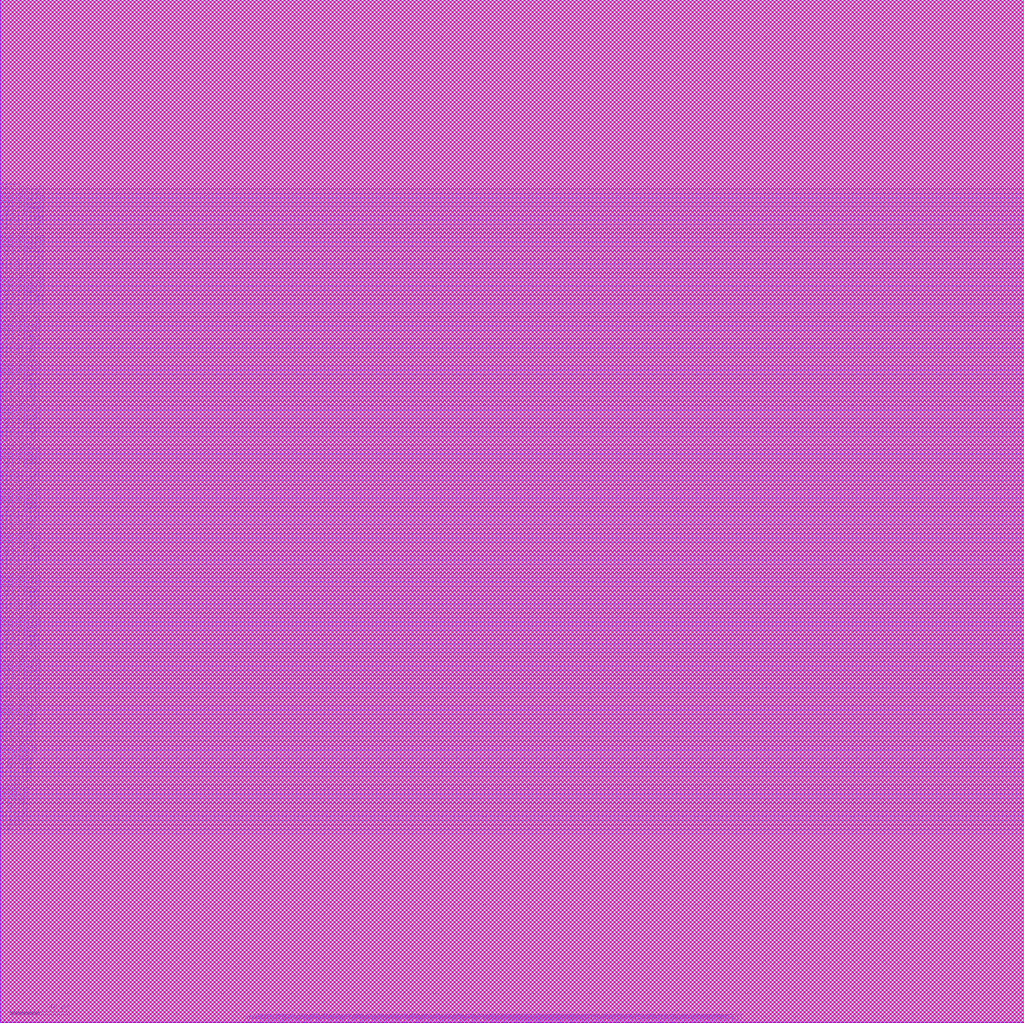
<source format=lef>
##
## LEF for PtnCells ;
## created by Innovus v15.23-s045_1 on Wed Mar 12 19:55:34 2025
##

VERSION 5.8 ;

BUSBITCHARS "[]" ;
DIVIDERCHAR "/" ;

MACRO fullchip
  CLASS BLOCK ;
  SIZE 695.6000 BY 695.0000 ;
  FOREIGN fullchip 0.0000 0.0000 ;
  ORIGIN 0 0 ;
  SYMMETRY X Y R90 ;
  PIN clk
    DIRECTION INPUT ;
    USE SIGNAL ;
    PORT
      LAYER M3 ;
        RECT 0.0000 128.3500 0.5200 128.4500 ;
    END
  END clk
  PIN mem_in[127]
    DIRECTION INPUT ;
    USE SIGNAL ;
    PORT
      LAYER M3 ;
        RECT 0.0000 563.3500 0.5200 563.4500 ;
    END
  END mem_in[127]
  PIN mem_in[126]
    DIRECTION INPUT ;
    USE SIGNAL ;
    PORT
      LAYER M3 ;
        RECT 0.0000 560.3500 0.5200 560.4500 ;
    END
  END mem_in[126]
  PIN mem_in[125]
    DIRECTION INPUT ;
    USE SIGNAL ;
    PORT
      LAYER M3 ;
        RECT 0.0000 557.3500 0.5200 557.4500 ;
    END
  END mem_in[125]
  PIN mem_in[124]
    DIRECTION INPUT ;
    USE SIGNAL ;
    PORT
      LAYER M3 ;
        RECT 0.0000 554.3500 0.5200 554.4500 ;
    END
  END mem_in[124]
  PIN mem_in[123]
    DIRECTION INPUT ;
    USE SIGNAL ;
    PORT
      LAYER M3 ;
        RECT 0.0000 551.3500 0.5200 551.4500 ;
    END
  END mem_in[123]
  PIN mem_in[122]
    DIRECTION INPUT ;
    USE SIGNAL ;
    PORT
      LAYER M3 ;
        RECT 0.0000 548.3500 0.5200 548.4500 ;
    END
  END mem_in[122]
  PIN mem_in[121]
    DIRECTION INPUT ;
    USE SIGNAL ;
    PORT
      LAYER M3 ;
        RECT 0.0000 545.3500 0.5200 545.4500 ;
    END
  END mem_in[121]
  PIN mem_in[120]
    DIRECTION INPUT ;
    USE SIGNAL ;
    PORT
      LAYER M3 ;
        RECT 0.0000 542.3500 0.5200 542.4500 ;
    END
  END mem_in[120]
  PIN mem_in[119]
    DIRECTION INPUT ;
    USE SIGNAL ;
    PORT
      LAYER M3 ;
        RECT 0.0000 539.3500 0.5200 539.4500 ;
    END
  END mem_in[119]
  PIN mem_in[118]
    DIRECTION INPUT ;
    USE SIGNAL ;
    PORT
      LAYER M3 ;
        RECT 0.0000 536.3500 0.5200 536.4500 ;
    END
  END mem_in[118]
  PIN mem_in[117]
    DIRECTION INPUT ;
    USE SIGNAL ;
    PORT
      LAYER M3 ;
        RECT 0.0000 533.3500 0.5200 533.4500 ;
    END
  END mem_in[117]
  PIN mem_in[116]
    DIRECTION INPUT ;
    USE SIGNAL ;
    PORT
      LAYER M3 ;
        RECT 0.0000 530.3500 0.5200 530.4500 ;
    END
  END mem_in[116]
  PIN mem_in[115]
    DIRECTION INPUT ;
    USE SIGNAL ;
    PORT
      LAYER M3 ;
        RECT 0.0000 527.3500 0.5200 527.4500 ;
    END
  END mem_in[115]
  PIN mem_in[114]
    DIRECTION INPUT ;
    USE SIGNAL ;
    PORT
      LAYER M3 ;
        RECT 0.0000 524.3500 0.5200 524.4500 ;
    END
  END mem_in[114]
  PIN mem_in[113]
    DIRECTION INPUT ;
    USE SIGNAL ;
    PORT
      LAYER M3 ;
        RECT 0.0000 521.3500 0.5200 521.4500 ;
    END
  END mem_in[113]
  PIN mem_in[112]
    DIRECTION INPUT ;
    USE SIGNAL ;
    PORT
      LAYER M3 ;
        RECT 0.0000 518.3500 0.5200 518.4500 ;
    END
  END mem_in[112]
  PIN mem_in[111]
    DIRECTION INPUT ;
    USE SIGNAL ;
    PORT
      LAYER M3 ;
        RECT 0.0000 515.3500 0.5200 515.4500 ;
    END
  END mem_in[111]
  PIN mem_in[110]
    DIRECTION INPUT ;
    USE SIGNAL ;
    PORT
      LAYER M3 ;
        RECT 0.0000 512.3500 0.5200 512.4500 ;
    END
  END mem_in[110]
  PIN mem_in[109]
    DIRECTION INPUT ;
    USE SIGNAL ;
    PORT
      LAYER M3 ;
        RECT 0.0000 509.3500 0.5200 509.4500 ;
    END
  END mem_in[109]
  PIN mem_in[108]
    DIRECTION INPUT ;
    USE SIGNAL ;
    PORT
      LAYER M3 ;
        RECT 0.0000 506.3500 0.5200 506.4500 ;
    END
  END mem_in[108]
  PIN mem_in[107]
    DIRECTION INPUT ;
    USE SIGNAL ;
    PORT
      LAYER M3 ;
        RECT 0.0000 503.3500 0.5200 503.4500 ;
    END
  END mem_in[107]
  PIN mem_in[106]
    DIRECTION INPUT ;
    USE SIGNAL ;
    PORT
      LAYER M3 ;
        RECT 0.0000 500.3500 0.5200 500.4500 ;
    END
  END mem_in[106]
  PIN mem_in[105]
    DIRECTION INPUT ;
    USE SIGNAL ;
    PORT
      LAYER M3 ;
        RECT 0.0000 497.3500 0.5200 497.4500 ;
    END
  END mem_in[105]
  PIN mem_in[104]
    DIRECTION INPUT ;
    USE SIGNAL ;
    PORT
      LAYER M3 ;
        RECT 0.0000 494.3500 0.5200 494.4500 ;
    END
  END mem_in[104]
  PIN mem_in[103]
    DIRECTION INPUT ;
    USE SIGNAL ;
    PORT
      LAYER M3 ;
        RECT 0.0000 491.3500 0.5200 491.4500 ;
    END
  END mem_in[103]
  PIN mem_in[102]
    DIRECTION INPUT ;
    USE SIGNAL ;
    PORT
      LAYER M3 ;
        RECT 0.0000 488.3500 0.5200 488.4500 ;
    END
  END mem_in[102]
  PIN mem_in[101]
    DIRECTION INPUT ;
    USE SIGNAL ;
    PORT
      LAYER M3 ;
        RECT 0.0000 485.3500 0.5200 485.4500 ;
    END
  END mem_in[101]
  PIN mem_in[100]
    DIRECTION INPUT ;
    USE SIGNAL ;
    PORT
      LAYER M3 ;
        RECT 0.0000 482.3500 0.5200 482.4500 ;
    END
  END mem_in[100]
  PIN mem_in[99]
    DIRECTION INPUT ;
    USE SIGNAL ;
    PORT
      LAYER M3 ;
        RECT 0.0000 479.3500 0.5200 479.4500 ;
    END
  END mem_in[99]
  PIN mem_in[98]
    DIRECTION INPUT ;
    USE SIGNAL ;
    PORT
      LAYER M3 ;
        RECT 0.0000 476.3500 0.5200 476.4500 ;
    END
  END mem_in[98]
  PIN mem_in[97]
    DIRECTION INPUT ;
    USE SIGNAL ;
    PORT
      LAYER M3 ;
        RECT 0.0000 473.3500 0.5200 473.4500 ;
    END
  END mem_in[97]
  PIN mem_in[96]
    DIRECTION INPUT ;
    USE SIGNAL ;
    PORT
      LAYER M3 ;
        RECT 0.0000 470.3500 0.5200 470.4500 ;
    END
  END mem_in[96]
  PIN mem_in[95]
    DIRECTION INPUT ;
    USE SIGNAL ;
    PORT
      LAYER M3 ;
        RECT 0.0000 467.3500 0.5200 467.4500 ;
    END
  END mem_in[95]
  PIN mem_in[94]
    DIRECTION INPUT ;
    USE SIGNAL ;
    PORT
      LAYER M3 ;
        RECT 0.0000 464.3500 0.5200 464.4500 ;
    END
  END mem_in[94]
  PIN mem_in[93]
    DIRECTION INPUT ;
    USE SIGNAL ;
    PORT
      LAYER M3 ;
        RECT 0.0000 461.3500 0.5200 461.4500 ;
    END
  END mem_in[93]
  PIN mem_in[92]
    DIRECTION INPUT ;
    USE SIGNAL ;
    PORT
      LAYER M3 ;
        RECT 0.0000 458.3500 0.5200 458.4500 ;
    END
  END mem_in[92]
  PIN mem_in[91]
    DIRECTION INPUT ;
    USE SIGNAL ;
    PORT
      LAYER M3 ;
        RECT 0.0000 455.3500 0.5200 455.4500 ;
    END
  END mem_in[91]
  PIN mem_in[90]
    DIRECTION INPUT ;
    USE SIGNAL ;
    PORT
      LAYER M3 ;
        RECT 0.0000 452.3500 0.5200 452.4500 ;
    END
  END mem_in[90]
  PIN mem_in[89]
    DIRECTION INPUT ;
    USE SIGNAL ;
    PORT
      LAYER M3 ;
        RECT 0.0000 449.3500 0.5200 449.4500 ;
    END
  END mem_in[89]
  PIN mem_in[88]
    DIRECTION INPUT ;
    USE SIGNAL ;
    PORT
      LAYER M3 ;
        RECT 0.0000 446.3500 0.5200 446.4500 ;
    END
  END mem_in[88]
  PIN mem_in[87]
    DIRECTION INPUT ;
    USE SIGNAL ;
    PORT
      LAYER M3 ;
        RECT 0.0000 443.3500 0.5200 443.4500 ;
    END
  END mem_in[87]
  PIN mem_in[86]
    DIRECTION INPUT ;
    USE SIGNAL ;
    PORT
      LAYER M3 ;
        RECT 0.0000 440.3500 0.5200 440.4500 ;
    END
  END mem_in[86]
  PIN mem_in[85]
    DIRECTION INPUT ;
    USE SIGNAL ;
    PORT
      LAYER M3 ;
        RECT 0.0000 437.3500 0.5200 437.4500 ;
    END
  END mem_in[85]
  PIN mem_in[84]
    DIRECTION INPUT ;
    USE SIGNAL ;
    PORT
      LAYER M3 ;
        RECT 0.0000 434.3500 0.5200 434.4500 ;
    END
  END mem_in[84]
  PIN mem_in[83]
    DIRECTION INPUT ;
    USE SIGNAL ;
    PORT
      LAYER M3 ;
        RECT 0.0000 431.3500 0.5200 431.4500 ;
    END
  END mem_in[83]
  PIN mem_in[82]
    DIRECTION INPUT ;
    USE SIGNAL ;
    PORT
      LAYER M3 ;
        RECT 0.0000 428.3500 0.5200 428.4500 ;
    END
  END mem_in[82]
  PIN mem_in[81]
    DIRECTION INPUT ;
    USE SIGNAL ;
    PORT
      LAYER M3 ;
        RECT 0.0000 425.3500 0.5200 425.4500 ;
    END
  END mem_in[81]
  PIN mem_in[80]
    DIRECTION INPUT ;
    USE SIGNAL ;
    PORT
      LAYER M3 ;
        RECT 0.0000 422.3500 0.5200 422.4500 ;
    END
  END mem_in[80]
  PIN mem_in[79]
    DIRECTION INPUT ;
    USE SIGNAL ;
    PORT
      LAYER M3 ;
        RECT 0.0000 419.3500 0.5200 419.4500 ;
    END
  END mem_in[79]
  PIN mem_in[78]
    DIRECTION INPUT ;
    USE SIGNAL ;
    PORT
      LAYER M3 ;
        RECT 0.0000 416.3500 0.5200 416.4500 ;
    END
  END mem_in[78]
  PIN mem_in[77]
    DIRECTION INPUT ;
    USE SIGNAL ;
    PORT
      LAYER M3 ;
        RECT 0.0000 413.3500 0.5200 413.4500 ;
    END
  END mem_in[77]
  PIN mem_in[76]
    DIRECTION INPUT ;
    USE SIGNAL ;
    PORT
      LAYER M3 ;
        RECT 0.0000 410.3500 0.5200 410.4500 ;
    END
  END mem_in[76]
  PIN mem_in[75]
    DIRECTION INPUT ;
    USE SIGNAL ;
    PORT
      LAYER M3 ;
        RECT 0.0000 407.3500 0.5200 407.4500 ;
    END
  END mem_in[75]
  PIN mem_in[74]
    DIRECTION INPUT ;
    USE SIGNAL ;
    PORT
      LAYER M3 ;
        RECT 0.0000 404.3500 0.5200 404.4500 ;
    END
  END mem_in[74]
  PIN mem_in[73]
    DIRECTION INPUT ;
    USE SIGNAL ;
    PORT
      LAYER M3 ;
        RECT 0.0000 401.3500 0.5200 401.4500 ;
    END
  END mem_in[73]
  PIN mem_in[72]
    DIRECTION INPUT ;
    USE SIGNAL ;
    PORT
      LAYER M3 ;
        RECT 0.0000 398.3500 0.5200 398.4500 ;
    END
  END mem_in[72]
  PIN mem_in[71]
    DIRECTION INPUT ;
    USE SIGNAL ;
    PORT
      LAYER M3 ;
        RECT 0.0000 395.3500 0.5200 395.4500 ;
    END
  END mem_in[71]
  PIN mem_in[70]
    DIRECTION INPUT ;
    USE SIGNAL ;
    PORT
      LAYER M3 ;
        RECT 0.0000 392.3500 0.5200 392.4500 ;
    END
  END mem_in[70]
  PIN mem_in[69]
    DIRECTION INPUT ;
    USE SIGNAL ;
    PORT
      LAYER M3 ;
        RECT 0.0000 389.3500 0.5200 389.4500 ;
    END
  END mem_in[69]
  PIN mem_in[68]
    DIRECTION INPUT ;
    USE SIGNAL ;
    PORT
      LAYER M3 ;
        RECT 0.0000 386.3500 0.5200 386.4500 ;
    END
  END mem_in[68]
  PIN mem_in[67]
    DIRECTION INPUT ;
    USE SIGNAL ;
    PORT
      LAYER M3 ;
        RECT 0.0000 383.3500 0.5200 383.4500 ;
    END
  END mem_in[67]
  PIN mem_in[66]
    DIRECTION INPUT ;
    USE SIGNAL ;
    PORT
      LAYER M3 ;
        RECT 0.0000 380.3500 0.5200 380.4500 ;
    END
  END mem_in[66]
  PIN mem_in[65]
    DIRECTION INPUT ;
    USE SIGNAL ;
    PORT
      LAYER M3 ;
        RECT 0.0000 377.3500 0.5200 377.4500 ;
    END
  END mem_in[65]
  PIN mem_in[64]
    DIRECTION INPUT ;
    USE SIGNAL ;
    PORT
      LAYER M3 ;
        RECT 0.0000 374.3500 0.5200 374.4500 ;
    END
  END mem_in[64]
  PIN mem_in[63]
    DIRECTION INPUT ;
    USE SIGNAL ;
    PORT
      LAYER M3 ;
        RECT 0.0000 371.3500 0.5200 371.4500 ;
    END
  END mem_in[63]
  PIN mem_in[62]
    DIRECTION INPUT ;
    USE SIGNAL ;
    PORT
      LAYER M3 ;
        RECT 0.0000 368.3500 0.5200 368.4500 ;
    END
  END mem_in[62]
  PIN mem_in[61]
    DIRECTION INPUT ;
    USE SIGNAL ;
    PORT
      LAYER M3 ;
        RECT 0.0000 365.3500 0.5200 365.4500 ;
    END
  END mem_in[61]
  PIN mem_in[60]
    DIRECTION INPUT ;
    USE SIGNAL ;
    PORT
      LAYER M3 ;
        RECT 0.0000 362.3500 0.5200 362.4500 ;
    END
  END mem_in[60]
  PIN mem_in[59]
    DIRECTION INPUT ;
    USE SIGNAL ;
    PORT
      LAYER M3 ;
        RECT 0.0000 359.3500 0.5200 359.4500 ;
    END
  END mem_in[59]
  PIN mem_in[58]
    DIRECTION INPUT ;
    USE SIGNAL ;
    PORT
      LAYER M3 ;
        RECT 0.0000 356.3500 0.5200 356.4500 ;
    END
  END mem_in[58]
  PIN mem_in[57]
    DIRECTION INPUT ;
    USE SIGNAL ;
    PORT
      LAYER M3 ;
        RECT 0.0000 353.3500 0.5200 353.4500 ;
    END
  END mem_in[57]
  PIN mem_in[56]
    DIRECTION INPUT ;
    USE SIGNAL ;
    PORT
      LAYER M3 ;
        RECT 0.0000 350.3500 0.5200 350.4500 ;
    END
  END mem_in[56]
  PIN mem_in[55]
    DIRECTION INPUT ;
    USE SIGNAL ;
    PORT
      LAYER M3 ;
        RECT 0.0000 347.3500 0.5200 347.4500 ;
    END
  END mem_in[55]
  PIN mem_in[54]
    DIRECTION INPUT ;
    USE SIGNAL ;
    PORT
      LAYER M3 ;
        RECT 0.0000 344.3500 0.5200 344.4500 ;
    END
  END mem_in[54]
  PIN mem_in[53]
    DIRECTION INPUT ;
    USE SIGNAL ;
    PORT
      LAYER M3 ;
        RECT 0.0000 341.3500 0.5200 341.4500 ;
    END
  END mem_in[53]
  PIN mem_in[52]
    DIRECTION INPUT ;
    USE SIGNAL ;
    PORT
      LAYER M3 ;
        RECT 0.0000 338.3500 0.5200 338.4500 ;
    END
  END mem_in[52]
  PIN mem_in[51]
    DIRECTION INPUT ;
    USE SIGNAL ;
    PORT
      LAYER M3 ;
        RECT 0.0000 335.3500 0.5200 335.4500 ;
    END
  END mem_in[51]
  PIN mem_in[50]
    DIRECTION INPUT ;
    USE SIGNAL ;
    PORT
      LAYER M3 ;
        RECT 0.0000 332.3500 0.5200 332.4500 ;
    END
  END mem_in[50]
  PIN mem_in[49]
    DIRECTION INPUT ;
    USE SIGNAL ;
    PORT
      LAYER M3 ;
        RECT 0.0000 329.3500 0.5200 329.4500 ;
    END
  END mem_in[49]
  PIN mem_in[48]
    DIRECTION INPUT ;
    USE SIGNAL ;
    PORT
      LAYER M3 ;
        RECT 0.0000 326.3500 0.5200 326.4500 ;
    END
  END mem_in[48]
  PIN mem_in[47]
    DIRECTION INPUT ;
    USE SIGNAL ;
    PORT
      LAYER M3 ;
        RECT 0.0000 323.3500 0.5200 323.4500 ;
    END
  END mem_in[47]
  PIN mem_in[46]
    DIRECTION INPUT ;
    USE SIGNAL ;
    PORT
      LAYER M3 ;
        RECT 0.0000 320.3500 0.5200 320.4500 ;
    END
  END mem_in[46]
  PIN mem_in[45]
    DIRECTION INPUT ;
    USE SIGNAL ;
    PORT
      LAYER M3 ;
        RECT 0.0000 317.3500 0.5200 317.4500 ;
    END
  END mem_in[45]
  PIN mem_in[44]
    DIRECTION INPUT ;
    USE SIGNAL ;
    PORT
      LAYER M3 ;
        RECT 0.0000 314.3500 0.5200 314.4500 ;
    END
  END mem_in[44]
  PIN mem_in[43]
    DIRECTION INPUT ;
    USE SIGNAL ;
    PORT
      LAYER M3 ;
        RECT 0.0000 311.3500 0.5200 311.4500 ;
    END
  END mem_in[43]
  PIN mem_in[42]
    DIRECTION INPUT ;
    USE SIGNAL ;
    PORT
      LAYER M3 ;
        RECT 0.0000 308.3500 0.5200 308.4500 ;
    END
  END mem_in[42]
  PIN mem_in[41]
    DIRECTION INPUT ;
    USE SIGNAL ;
    PORT
      LAYER M3 ;
        RECT 0.0000 305.3500 0.5200 305.4500 ;
    END
  END mem_in[41]
  PIN mem_in[40]
    DIRECTION INPUT ;
    USE SIGNAL ;
    PORT
      LAYER M3 ;
        RECT 0.0000 302.3500 0.5200 302.4500 ;
    END
  END mem_in[40]
  PIN mem_in[39]
    DIRECTION INPUT ;
    USE SIGNAL ;
    PORT
      LAYER M3 ;
        RECT 0.0000 299.3500 0.5200 299.4500 ;
    END
  END mem_in[39]
  PIN mem_in[38]
    DIRECTION INPUT ;
    USE SIGNAL ;
    PORT
      LAYER M3 ;
        RECT 0.0000 296.3500 0.5200 296.4500 ;
    END
  END mem_in[38]
  PIN mem_in[37]
    DIRECTION INPUT ;
    USE SIGNAL ;
    PORT
      LAYER M3 ;
        RECT 0.0000 293.3500 0.5200 293.4500 ;
    END
  END mem_in[37]
  PIN mem_in[36]
    DIRECTION INPUT ;
    USE SIGNAL ;
    PORT
      LAYER M3 ;
        RECT 0.0000 290.3500 0.5200 290.4500 ;
    END
  END mem_in[36]
  PIN mem_in[35]
    DIRECTION INPUT ;
    USE SIGNAL ;
    PORT
      LAYER M3 ;
        RECT 0.0000 287.3500 0.5200 287.4500 ;
    END
  END mem_in[35]
  PIN mem_in[34]
    DIRECTION INPUT ;
    USE SIGNAL ;
    PORT
      LAYER M3 ;
        RECT 0.0000 284.3500 0.5200 284.4500 ;
    END
  END mem_in[34]
  PIN mem_in[33]
    DIRECTION INPUT ;
    USE SIGNAL ;
    PORT
      LAYER M3 ;
        RECT 0.0000 281.3500 0.5200 281.4500 ;
    END
  END mem_in[33]
  PIN mem_in[32]
    DIRECTION INPUT ;
    USE SIGNAL ;
    PORT
      LAYER M3 ;
        RECT 0.0000 278.3500 0.5200 278.4500 ;
    END
  END mem_in[32]
  PIN mem_in[31]
    DIRECTION INPUT ;
    USE SIGNAL ;
    PORT
      LAYER M3 ;
        RECT 0.0000 275.3500 0.5200 275.4500 ;
    END
  END mem_in[31]
  PIN mem_in[30]
    DIRECTION INPUT ;
    USE SIGNAL ;
    PORT
      LAYER M3 ;
        RECT 0.0000 272.3500 0.5200 272.4500 ;
    END
  END mem_in[30]
  PIN mem_in[29]
    DIRECTION INPUT ;
    USE SIGNAL ;
    PORT
      LAYER M3 ;
        RECT 0.0000 269.3500 0.5200 269.4500 ;
    END
  END mem_in[29]
  PIN mem_in[28]
    DIRECTION INPUT ;
    USE SIGNAL ;
    PORT
      LAYER M3 ;
        RECT 0.0000 266.3500 0.5200 266.4500 ;
    END
  END mem_in[28]
  PIN mem_in[27]
    DIRECTION INPUT ;
    USE SIGNAL ;
    PORT
      LAYER M3 ;
        RECT 0.0000 263.3500 0.5200 263.4500 ;
    END
  END mem_in[27]
  PIN mem_in[26]
    DIRECTION INPUT ;
    USE SIGNAL ;
    PORT
      LAYER M3 ;
        RECT 0.0000 260.3500 0.5200 260.4500 ;
    END
  END mem_in[26]
  PIN mem_in[25]
    DIRECTION INPUT ;
    USE SIGNAL ;
    PORT
      LAYER M3 ;
        RECT 0.0000 257.3500 0.5200 257.4500 ;
    END
  END mem_in[25]
  PIN mem_in[24]
    DIRECTION INPUT ;
    USE SIGNAL ;
    PORT
      LAYER M3 ;
        RECT 0.0000 254.3500 0.5200 254.4500 ;
    END
  END mem_in[24]
  PIN mem_in[23]
    DIRECTION INPUT ;
    USE SIGNAL ;
    PORT
      LAYER M3 ;
        RECT 0.0000 251.3500 0.5200 251.4500 ;
    END
  END mem_in[23]
  PIN mem_in[22]
    DIRECTION INPUT ;
    USE SIGNAL ;
    PORT
      LAYER M3 ;
        RECT 0.0000 248.3500 0.5200 248.4500 ;
    END
  END mem_in[22]
  PIN mem_in[21]
    DIRECTION INPUT ;
    USE SIGNAL ;
    PORT
      LAYER M3 ;
        RECT 0.0000 245.3500 0.5200 245.4500 ;
    END
  END mem_in[21]
  PIN mem_in[20]
    DIRECTION INPUT ;
    USE SIGNAL ;
    PORT
      LAYER M3 ;
        RECT 0.0000 242.3500 0.5200 242.4500 ;
    END
  END mem_in[20]
  PIN mem_in[19]
    DIRECTION INPUT ;
    USE SIGNAL ;
    PORT
      LAYER M3 ;
        RECT 0.0000 239.3500 0.5200 239.4500 ;
    END
  END mem_in[19]
  PIN mem_in[18]
    DIRECTION INPUT ;
    USE SIGNAL ;
    PORT
      LAYER M3 ;
        RECT 0.0000 236.3500 0.5200 236.4500 ;
    END
  END mem_in[18]
  PIN mem_in[17]
    DIRECTION INPUT ;
    USE SIGNAL ;
    PORT
      LAYER M3 ;
        RECT 0.0000 233.3500 0.5200 233.4500 ;
    END
  END mem_in[17]
  PIN mem_in[16]
    DIRECTION INPUT ;
    USE SIGNAL ;
    PORT
      LAYER M3 ;
        RECT 0.0000 230.3500 0.5200 230.4500 ;
    END
  END mem_in[16]
  PIN mem_in[15]
    DIRECTION INPUT ;
    USE SIGNAL ;
    PORT
      LAYER M3 ;
        RECT 0.0000 227.3500 0.5200 227.4500 ;
    END
  END mem_in[15]
  PIN mem_in[14]
    DIRECTION INPUT ;
    USE SIGNAL ;
    PORT
      LAYER M3 ;
        RECT 0.0000 224.3500 0.5200 224.4500 ;
    END
  END mem_in[14]
  PIN mem_in[13]
    DIRECTION INPUT ;
    USE SIGNAL ;
    PORT
      LAYER M3 ;
        RECT 0.0000 221.3500 0.5200 221.4500 ;
    END
  END mem_in[13]
  PIN mem_in[12]
    DIRECTION INPUT ;
    USE SIGNAL ;
    PORT
      LAYER M3 ;
        RECT 0.0000 218.3500 0.5200 218.4500 ;
    END
  END mem_in[12]
  PIN mem_in[11]
    DIRECTION INPUT ;
    USE SIGNAL ;
    PORT
      LAYER M3 ;
        RECT 0.0000 215.3500 0.5200 215.4500 ;
    END
  END mem_in[11]
  PIN mem_in[10]
    DIRECTION INPUT ;
    USE SIGNAL ;
    PORT
      LAYER M3 ;
        RECT 0.0000 212.3500 0.5200 212.4500 ;
    END
  END mem_in[10]
  PIN mem_in[9]
    DIRECTION INPUT ;
    USE SIGNAL ;
    PORT
      LAYER M3 ;
        RECT 0.0000 209.3500 0.5200 209.4500 ;
    END
  END mem_in[9]
  PIN mem_in[8]
    DIRECTION INPUT ;
    USE SIGNAL ;
    PORT
      LAYER M3 ;
        RECT 0.0000 206.3500 0.5200 206.4500 ;
    END
  END mem_in[8]
  PIN mem_in[7]
    DIRECTION INPUT ;
    USE SIGNAL ;
    PORT
      LAYER M3 ;
        RECT 0.0000 203.3500 0.5200 203.4500 ;
    END
  END mem_in[7]
  PIN mem_in[6]
    DIRECTION INPUT ;
    USE SIGNAL ;
    PORT
      LAYER M3 ;
        RECT 0.0000 200.3500 0.5200 200.4500 ;
    END
  END mem_in[6]
  PIN mem_in[5]
    DIRECTION INPUT ;
    USE SIGNAL ;
    PORT
      LAYER M3 ;
        RECT 0.0000 197.3500 0.5200 197.4500 ;
    END
  END mem_in[5]
  PIN mem_in[4]
    DIRECTION INPUT ;
    USE SIGNAL ;
    PORT
      LAYER M3 ;
        RECT 0.0000 194.3500 0.5200 194.4500 ;
    END
  END mem_in[4]
  PIN mem_in[3]
    DIRECTION INPUT ;
    USE SIGNAL ;
    PORT
      LAYER M3 ;
        RECT 0.0000 191.3500 0.5200 191.4500 ;
    END
  END mem_in[3]
  PIN mem_in[2]
    DIRECTION INPUT ;
    USE SIGNAL ;
    PORT
      LAYER M3 ;
        RECT 0.0000 188.3500 0.5200 188.4500 ;
    END
  END mem_in[2]
  PIN mem_in[1]
    DIRECTION INPUT ;
    USE SIGNAL ;
    PORT
      LAYER M3 ;
        RECT 0.0000 185.3500 0.5200 185.4500 ;
    END
  END mem_in[1]
  PIN mem_in[0]
    DIRECTION INPUT ;
    USE SIGNAL ;
    PORT
      LAYER M3 ;
        RECT 0.0000 182.3500 0.5200 182.4500 ;
    END
  END mem_in[0]
  PIN inst[16]
    DIRECTION INPUT ;
    USE SIGNAL ;
    PORT
      LAYER M3 ;
        RECT 0.0000 179.3500 0.5200 179.4500 ;
    END
  END inst[16]
  PIN inst[15]
    DIRECTION INPUT ;
    USE SIGNAL ;
    PORT
      LAYER M3 ;
        RECT 0.0000 176.3500 0.5200 176.4500 ;
    END
  END inst[15]
  PIN inst[14]
    DIRECTION INPUT ;
    USE SIGNAL ;
    PORT
      LAYER M3 ;
        RECT 0.0000 173.3500 0.5200 173.4500 ;
    END
  END inst[14]
  PIN inst[13]
    DIRECTION INPUT ;
    USE SIGNAL ;
    PORT
      LAYER M3 ;
        RECT 0.0000 170.3500 0.5200 170.4500 ;
    END
  END inst[13]
  PIN inst[12]
    DIRECTION INPUT ;
    USE SIGNAL ;
    PORT
      LAYER M3 ;
        RECT 0.0000 167.3500 0.5200 167.4500 ;
    END
  END inst[12]
  PIN inst[11]
    DIRECTION INPUT ;
    USE SIGNAL ;
    PORT
      LAYER M3 ;
        RECT 0.0000 164.3500 0.5200 164.4500 ;
    END
  END inst[11]
  PIN inst[10]
    DIRECTION INPUT ;
    USE SIGNAL ;
    PORT
      LAYER M3 ;
        RECT 0.0000 161.3500 0.5200 161.4500 ;
    END
  END inst[10]
  PIN inst[9]
    DIRECTION INPUT ;
    USE SIGNAL ;
    PORT
      LAYER M3 ;
        RECT 0.0000 158.3500 0.5200 158.4500 ;
    END
  END inst[9]
  PIN inst[8]
    DIRECTION INPUT ;
    USE SIGNAL ;
    PORT
      LAYER M3 ;
        RECT 0.0000 155.3500 0.5200 155.4500 ;
    END
  END inst[8]
  PIN inst[7]
    DIRECTION INPUT ;
    USE SIGNAL ;
    PORT
      LAYER M3 ;
        RECT 0.0000 152.3500 0.5200 152.4500 ;
    END
  END inst[7]
  PIN inst[6]
    DIRECTION INPUT ;
    USE SIGNAL ;
    PORT
      LAYER M3 ;
        RECT 0.0000 149.3500 0.5200 149.4500 ;
    END
  END inst[6]
  PIN inst[5]
    DIRECTION INPUT ;
    USE SIGNAL ;
    PORT
      LAYER M3 ;
        RECT 0.0000 146.3500 0.5200 146.4500 ;
    END
  END inst[5]
  PIN inst[4]
    DIRECTION INPUT ;
    USE SIGNAL ;
    PORT
      LAYER M3 ;
        RECT 0.0000 143.3500 0.5200 143.4500 ;
    END
  END inst[4]
  PIN inst[3]
    DIRECTION INPUT ;
    USE SIGNAL ;
    PORT
      LAYER M3 ;
        RECT 0.0000 140.3500 0.5200 140.4500 ;
    END
  END inst[3]
  PIN inst[2]
    DIRECTION INPUT ;
    USE SIGNAL ;
    PORT
      LAYER M3 ;
        RECT 0.0000 137.3500 0.5200 137.4500 ;
    END
  END inst[2]
  PIN inst[1]
    DIRECTION INPUT ;
    USE SIGNAL ;
    PORT
      LAYER M3 ;
        RECT 0.0000 134.3500 0.5200 134.4500 ;
    END
  END inst[1]
  PIN inst[0]
    DIRECTION INPUT ;
    USE SIGNAL ;
    PORT
      LAYER M3 ;
        RECT 0.0000 131.3500 0.5200 131.4500 ;
    END
  END inst[0]
  PIN reset
    DIRECTION INPUT ;
    USE SIGNAL ;
    PORT
      LAYER M3 ;
        RECT 0.0000 566.3500 0.5200 566.4500 ;
    END
  END reset
  PIN sum_out[23]
    DIRECTION OUTPUT ;
    USE SIGNAL ;
    PORT
      LAYER M2 ;
        RECT 370.8500 0.0000 370.9500 0.6000 ;
    END
  END sum_out[23]
  PIN sum_out[22]
    DIRECTION OUTPUT ;
    USE SIGNAL ;
    PORT
      LAYER M2 ;
        RECT 368.8500 0.0000 368.9500 0.6000 ;
    END
  END sum_out[22]
  PIN sum_out[21]
    DIRECTION OUTPUT ;
    USE SIGNAL ;
    PORT
      LAYER M2 ;
        RECT 366.8500 0.0000 366.9500 0.6000 ;
    END
  END sum_out[21]
  PIN sum_out[20]
    DIRECTION OUTPUT ;
    USE SIGNAL ;
    PORT
      LAYER M2 ;
        RECT 364.8500 0.0000 364.9500 0.6000 ;
    END
  END sum_out[20]
  PIN sum_out[19]
    DIRECTION OUTPUT ;
    USE SIGNAL ;
    PORT
      LAYER M2 ;
        RECT 362.8500 0.0000 362.9500 0.6000 ;
    END
  END sum_out[19]
  PIN sum_out[18]
    DIRECTION OUTPUT ;
    USE SIGNAL ;
    PORT
      LAYER M2 ;
        RECT 360.8500 0.0000 360.9500 0.6000 ;
    END
  END sum_out[18]
  PIN sum_out[17]
    DIRECTION OUTPUT ;
    USE SIGNAL ;
    PORT
      LAYER M2 ;
        RECT 358.8500 0.0000 358.9500 0.6000 ;
    END
  END sum_out[17]
  PIN sum_out[16]
    DIRECTION OUTPUT ;
    USE SIGNAL ;
    PORT
      LAYER M2 ;
        RECT 356.8500 0.0000 356.9500 0.6000 ;
    END
  END sum_out[16]
  PIN sum_out[15]
    DIRECTION OUTPUT ;
    USE SIGNAL ;
    PORT
      LAYER M2 ;
        RECT 354.8500 0.0000 354.9500 0.6000 ;
    END
  END sum_out[15]
  PIN sum_out[14]
    DIRECTION OUTPUT ;
    USE SIGNAL ;
    PORT
      LAYER M2 ;
        RECT 352.8500 0.0000 352.9500 0.6000 ;
    END
  END sum_out[14]
  PIN sum_out[13]
    DIRECTION OUTPUT ;
    USE SIGNAL ;
    PORT
      LAYER M2 ;
        RECT 350.8500 0.0000 350.9500 0.6000 ;
    END
  END sum_out[13]
  PIN sum_out[12]
    DIRECTION OUTPUT ;
    USE SIGNAL ;
    PORT
      LAYER M2 ;
        RECT 348.8500 0.0000 348.9500 0.6000 ;
    END
  END sum_out[12]
  PIN sum_out[11]
    DIRECTION OUTPUT ;
    USE SIGNAL ;
    PORT
      LAYER M2 ;
        RECT 346.4500 0.0000 346.5500 0.6000 ;
    END
  END sum_out[11]
  PIN sum_out[10]
    DIRECTION OUTPUT ;
    USE SIGNAL ;
    PORT
      LAYER M2 ;
        RECT 344.4500 0.0000 344.5500 0.6000 ;
    END
  END sum_out[10]
  PIN sum_out[9]
    DIRECTION OUTPUT ;
    USE SIGNAL ;
    PORT
      LAYER M2 ;
        RECT 342.4500 0.0000 342.5500 0.6000 ;
    END
  END sum_out[9]
  PIN sum_out[8]
    DIRECTION OUTPUT ;
    USE SIGNAL ;
    PORT
      LAYER M2 ;
        RECT 340.4500 0.0000 340.5500 0.6000 ;
    END
  END sum_out[8]
  PIN sum_out[7]
    DIRECTION OUTPUT ;
    USE SIGNAL ;
    PORT
      LAYER M2 ;
        RECT 338.4500 0.0000 338.5500 0.6000 ;
    END
  END sum_out[7]
  PIN sum_out[6]
    DIRECTION OUTPUT ;
    USE SIGNAL ;
    PORT
      LAYER M2 ;
        RECT 336.4500 0.0000 336.5500 0.6000 ;
    END
  END sum_out[6]
  PIN sum_out[5]
    DIRECTION OUTPUT ;
    USE SIGNAL ;
    PORT
      LAYER M2 ;
        RECT 334.4500 0.0000 334.5500 0.6000 ;
    END
  END sum_out[5]
  PIN sum_out[4]
    DIRECTION OUTPUT ;
    USE SIGNAL ;
    PORT
      LAYER M2 ;
        RECT 332.4500 0.0000 332.5500 0.6000 ;
    END
  END sum_out[4]
  PIN sum_out[3]
    DIRECTION OUTPUT ;
    USE SIGNAL ;
    PORT
      LAYER M2 ;
        RECT 330.4500 0.0000 330.5500 0.6000 ;
    END
  END sum_out[3]
  PIN sum_out[2]
    DIRECTION OUTPUT ;
    USE SIGNAL ;
    PORT
      LAYER M2 ;
        RECT 328.4500 0.0000 328.5500 0.6000 ;
    END
  END sum_out[2]
  PIN sum_out[1]
    DIRECTION OUTPUT ;
    USE SIGNAL ;
    PORT
      LAYER M2 ;
        RECT 326.4500 0.0000 326.5500 0.6000 ;
    END
  END sum_out[1]
  PIN sum_out[0]
    DIRECTION OUTPUT ;
    USE SIGNAL ;
    PORT
      LAYER M2 ;
        RECT 324.4500 0.0000 324.5500 0.6000 ;
    END
  END sum_out[0]
  PIN out[159]
    DIRECTION OUTPUT ;
    USE SIGNAL ;
    PORT
      LAYER M2 ;
        RECT 482.6500 0.0000 482.7500 0.6000 ;
    END
  END out[159]
  PIN out[158]
    DIRECTION OUTPUT ;
    USE SIGNAL ;
    PORT
      LAYER M2 ;
        RECT 480.6500 0.0000 480.7500 0.6000 ;
    END
  END out[158]
  PIN out[157]
    DIRECTION OUTPUT ;
    USE SIGNAL ;
    PORT
      LAYER M2 ;
        RECT 478.6500 0.0000 478.7500 0.6000 ;
    END
  END out[157]
  PIN out[156]
    DIRECTION OUTPUT ;
    USE SIGNAL ;
    PORT
      LAYER M2 ;
        RECT 476.6500 0.0000 476.7500 0.6000 ;
    END
  END out[156]
  PIN out[155]
    DIRECTION OUTPUT ;
    USE SIGNAL ;
    PORT
      LAYER M2 ;
        RECT 474.6500 0.0000 474.7500 0.6000 ;
    END
  END out[155]
  PIN out[154]
    DIRECTION OUTPUT ;
    USE SIGNAL ;
    PORT
      LAYER M2 ;
        RECT 472.6500 0.0000 472.7500 0.6000 ;
    END
  END out[154]
  PIN out[153]
    DIRECTION OUTPUT ;
    USE SIGNAL ;
    PORT
      LAYER M2 ;
        RECT 470.6500 0.0000 470.7500 0.6000 ;
    END
  END out[153]
  PIN out[152]
    DIRECTION OUTPUT ;
    USE SIGNAL ;
    PORT
      LAYER M2 ;
        RECT 468.6500 0.0000 468.7500 0.6000 ;
    END
  END out[152]
  PIN out[151]
    DIRECTION OUTPUT ;
    USE SIGNAL ;
    PORT
      LAYER M2 ;
        RECT 466.6500 0.0000 466.7500 0.6000 ;
    END
  END out[151]
  PIN out[150]
    DIRECTION OUTPUT ;
    USE SIGNAL ;
    PORT
      LAYER M2 ;
        RECT 464.6500 0.0000 464.7500 0.6000 ;
    END
  END out[150]
  PIN out[149]
    DIRECTION OUTPUT ;
    USE SIGNAL ;
    PORT
      LAYER M2 ;
        RECT 462.6500 0.0000 462.7500 0.6000 ;
    END
  END out[149]
  PIN out[148]
    DIRECTION OUTPUT ;
    USE SIGNAL ;
    PORT
      LAYER M2 ;
        RECT 460.6500 0.0000 460.7500 0.6000 ;
    END
  END out[148]
  PIN out[147]
    DIRECTION OUTPUT ;
    USE SIGNAL ;
    PORT
      LAYER M2 ;
        RECT 458.6500 0.0000 458.7500 0.6000 ;
    END
  END out[147]
  PIN out[146]
    DIRECTION OUTPUT ;
    USE SIGNAL ;
    PORT
      LAYER M2 ;
        RECT 456.6500 0.0000 456.7500 0.6000 ;
    END
  END out[146]
  PIN out[145]
    DIRECTION OUTPUT ;
    USE SIGNAL ;
    PORT
      LAYER M2 ;
        RECT 454.6500 0.0000 454.7500 0.6000 ;
    END
  END out[145]
  PIN out[144]
    DIRECTION OUTPUT ;
    USE SIGNAL ;
    PORT
      LAYER M2 ;
        RECT 452.6500 0.0000 452.7500 0.6000 ;
    END
  END out[144]
  PIN out[143]
    DIRECTION OUTPUT ;
    USE SIGNAL ;
    PORT
      LAYER M2 ;
        RECT 450.6500 0.0000 450.7500 0.6000 ;
    END
  END out[143]
  PIN out[142]
    DIRECTION OUTPUT ;
    USE SIGNAL ;
    PORT
      LAYER M2 ;
        RECT 448.6500 0.0000 448.7500 0.6000 ;
    END
  END out[142]
  PIN out[141]
    DIRECTION OUTPUT ;
    USE SIGNAL ;
    PORT
      LAYER M2 ;
        RECT 446.6500 0.0000 446.7500 0.6000 ;
    END
  END out[141]
  PIN out[140]
    DIRECTION OUTPUT ;
    USE SIGNAL ;
    PORT
      LAYER M2 ;
        RECT 444.6500 0.0000 444.7500 0.6000 ;
    END
  END out[140]
  PIN out[139]
    DIRECTION OUTPUT ;
    USE SIGNAL ;
    PORT
      LAYER M2 ;
        RECT 442.6500 0.0000 442.7500 0.6000 ;
    END
  END out[139]
  PIN out[138]
    DIRECTION OUTPUT ;
    USE SIGNAL ;
    PORT
      LAYER M2 ;
        RECT 440.6500 0.0000 440.7500 0.6000 ;
    END
  END out[138]
  PIN out[137]
    DIRECTION OUTPUT ;
    USE SIGNAL ;
    PORT
      LAYER M2 ;
        RECT 438.6500 0.0000 438.7500 0.6000 ;
    END
  END out[137]
  PIN out[136]
    DIRECTION OUTPUT ;
    USE SIGNAL ;
    PORT
      LAYER M2 ;
        RECT 436.6500 0.0000 436.7500 0.6000 ;
    END
  END out[136]
  PIN out[135]
    DIRECTION OUTPUT ;
    USE SIGNAL ;
    PORT
      LAYER M2 ;
        RECT 434.6500 0.0000 434.7500 0.6000 ;
    END
  END out[135]
  PIN out[134]
    DIRECTION OUTPUT ;
    USE SIGNAL ;
    PORT
      LAYER M2 ;
        RECT 432.6500 0.0000 432.7500 0.6000 ;
    END
  END out[134]
  PIN out[133]
    DIRECTION OUTPUT ;
    USE SIGNAL ;
    PORT
      LAYER M2 ;
        RECT 430.6500 0.0000 430.7500 0.6000 ;
    END
  END out[133]
  PIN out[132]
    DIRECTION OUTPUT ;
    USE SIGNAL ;
    PORT
      LAYER M2 ;
        RECT 428.6500 0.0000 428.7500 0.6000 ;
    END
  END out[132]
  PIN out[131]
    DIRECTION OUTPUT ;
    USE SIGNAL ;
    PORT
      LAYER M2 ;
        RECT 426.6500 0.0000 426.7500 0.6000 ;
    END
  END out[131]
  PIN out[130]
    DIRECTION OUTPUT ;
    USE SIGNAL ;
    PORT
      LAYER M2 ;
        RECT 424.6500 0.0000 424.7500 0.6000 ;
    END
  END out[130]
  PIN out[129]
    DIRECTION OUTPUT ;
    USE SIGNAL ;
    PORT
      LAYER M2 ;
        RECT 422.6500 0.0000 422.7500 0.6000 ;
    END
  END out[129]
  PIN out[128]
    DIRECTION OUTPUT ;
    USE SIGNAL ;
    PORT
      LAYER M2 ;
        RECT 420.6500 0.0000 420.7500 0.6000 ;
    END
  END out[128]
  PIN out[127]
    DIRECTION OUTPUT ;
    USE SIGNAL ;
    PORT
      LAYER M2 ;
        RECT 418.6500 0.0000 418.7500 0.6000 ;
    END
  END out[127]
  PIN out[126]
    DIRECTION OUTPUT ;
    USE SIGNAL ;
    PORT
      LAYER M2 ;
        RECT 416.6500 0.0000 416.7500 0.6000 ;
    END
  END out[126]
  PIN out[125]
    DIRECTION OUTPUT ;
    USE SIGNAL ;
    PORT
      LAYER M2 ;
        RECT 414.6500 0.0000 414.7500 0.6000 ;
    END
  END out[125]
  PIN out[124]
    DIRECTION OUTPUT ;
    USE SIGNAL ;
    PORT
      LAYER M2 ;
        RECT 412.6500 0.0000 412.7500 0.6000 ;
    END
  END out[124]
  PIN out[123]
    DIRECTION OUTPUT ;
    USE SIGNAL ;
    PORT
      LAYER M2 ;
        RECT 410.6500 0.0000 410.7500 0.6000 ;
    END
  END out[123]
  PIN out[122]
    DIRECTION OUTPUT ;
    USE SIGNAL ;
    PORT
      LAYER M2 ;
        RECT 408.6500 0.0000 408.7500 0.6000 ;
    END
  END out[122]
  PIN out[121]
    DIRECTION OUTPUT ;
    USE SIGNAL ;
    PORT
      LAYER M2 ;
        RECT 406.6500 0.0000 406.7500 0.6000 ;
    END
  END out[121]
  PIN out[120]
    DIRECTION OUTPUT ;
    USE SIGNAL ;
    PORT
      LAYER M2 ;
        RECT 404.6500 0.0000 404.7500 0.6000 ;
    END
  END out[120]
  PIN out[119]
    DIRECTION OUTPUT ;
    USE SIGNAL ;
    PORT
      LAYER M2 ;
        RECT 402.6500 0.0000 402.7500 0.6000 ;
    END
  END out[119]
  PIN out[118]
    DIRECTION OUTPUT ;
    USE SIGNAL ;
    PORT
      LAYER M2 ;
        RECT 400.6500 0.0000 400.7500 0.6000 ;
    END
  END out[118]
  PIN out[117]
    DIRECTION OUTPUT ;
    USE SIGNAL ;
    PORT
      LAYER M2 ;
        RECT 398.6500 0.0000 398.7500 0.6000 ;
    END
  END out[117]
  PIN out[116]
    DIRECTION OUTPUT ;
    USE SIGNAL ;
    PORT
      LAYER M2 ;
        RECT 396.6500 0.0000 396.7500 0.6000 ;
    END
  END out[116]
  PIN out[115]
    DIRECTION OUTPUT ;
    USE SIGNAL ;
    PORT
      LAYER M2 ;
        RECT 394.6500 0.0000 394.7500 0.6000 ;
    END
  END out[115]
  PIN out[114]
    DIRECTION OUTPUT ;
    USE SIGNAL ;
    PORT
      LAYER M2 ;
        RECT 392.6500 0.0000 392.7500 0.6000 ;
    END
  END out[114]
  PIN out[113]
    DIRECTION OUTPUT ;
    USE SIGNAL ;
    PORT
      LAYER M2 ;
        RECT 390.6500 0.0000 390.7500 0.6000 ;
    END
  END out[113]
  PIN out[112]
    DIRECTION OUTPUT ;
    USE SIGNAL ;
    PORT
      LAYER M2 ;
        RECT 388.6500 0.0000 388.7500 0.6000 ;
    END
  END out[112]
  PIN out[111]
    DIRECTION OUTPUT ;
    USE SIGNAL ;
    PORT
      LAYER M2 ;
        RECT 386.6500 0.0000 386.7500 0.6000 ;
    END
  END out[111]
  PIN out[110]
    DIRECTION OUTPUT ;
    USE SIGNAL ;
    PORT
      LAYER M2 ;
        RECT 384.6500 0.0000 384.7500 0.6000 ;
    END
  END out[110]
  PIN out[109]
    DIRECTION OUTPUT ;
    USE SIGNAL ;
    PORT
      LAYER M2 ;
        RECT 382.6500 0.0000 382.7500 0.6000 ;
    END
  END out[109]
  PIN out[108]
    DIRECTION OUTPUT ;
    USE SIGNAL ;
    PORT
      LAYER M2 ;
        RECT 380.6500 0.0000 380.7500 0.6000 ;
    END
  END out[108]
  PIN out[107]
    DIRECTION OUTPUT ;
    USE SIGNAL ;
    PORT
      LAYER M2 ;
        RECT 378.6500 0.0000 378.7500 0.6000 ;
    END
  END out[107]
  PIN out[106]
    DIRECTION OUTPUT ;
    USE SIGNAL ;
    PORT
      LAYER M2 ;
        RECT 376.6500 0.0000 376.7500 0.6000 ;
    END
  END out[106]
  PIN out[105]
    DIRECTION OUTPUT ;
    USE SIGNAL ;
    PORT
      LAYER M2 ;
        RECT 374.6500 0.0000 374.7500 0.6000 ;
    END
  END out[105]
  PIN out[104]
    DIRECTION OUTPUT ;
    USE SIGNAL ;
    PORT
      LAYER M2 ;
        RECT 372.6500 0.0000 372.7500 0.6000 ;
    END
  END out[104]
  PIN out[103]
    DIRECTION OUTPUT ;
    USE SIGNAL ;
    PORT
      LAYER M2 ;
        RECT 370.6500 0.0000 370.7500 0.6000 ;
    END
  END out[103]
  PIN out[102]
    DIRECTION OUTPUT ;
    USE SIGNAL ;
    PORT
      LAYER M2 ;
        RECT 368.6500 0.0000 368.7500 0.6000 ;
    END
  END out[102]
  PIN out[101]
    DIRECTION OUTPUT ;
    USE SIGNAL ;
    PORT
      LAYER M2 ;
        RECT 366.6500 0.0000 366.7500 0.6000 ;
    END
  END out[101]
  PIN out[100]
    DIRECTION OUTPUT ;
    USE SIGNAL ;
    PORT
      LAYER M2 ;
        RECT 364.6500 0.0000 364.7500 0.6000 ;
    END
  END out[100]
  PIN out[99]
    DIRECTION OUTPUT ;
    USE SIGNAL ;
    PORT
      LAYER M2 ;
        RECT 362.6500 0.0000 362.7500 0.6000 ;
    END
  END out[99]
  PIN out[98]
    DIRECTION OUTPUT ;
    USE SIGNAL ;
    PORT
      LAYER M2 ;
        RECT 360.6500 0.0000 360.7500 0.6000 ;
    END
  END out[98]
  PIN out[97]
    DIRECTION OUTPUT ;
    USE SIGNAL ;
    PORT
      LAYER M2 ;
        RECT 358.6500 0.0000 358.7500 0.6000 ;
    END
  END out[97]
  PIN out[96]
    DIRECTION OUTPUT ;
    USE SIGNAL ;
    PORT
      LAYER M2 ;
        RECT 356.6500 0.0000 356.7500 0.6000 ;
    END
  END out[96]
  PIN out[95]
    DIRECTION OUTPUT ;
    USE SIGNAL ;
    PORT
      LAYER M2 ;
        RECT 354.6500 0.0000 354.7500 0.6000 ;
    END
  END out[95]
  PIN out[94]
    DIRECTION OUTPUT ;
    USE SIGNAL ;
    PORT
      LAYER M2 ;
        RECT 352.6500 0.0000 352.7500 0.6000 ;
    END
  END out[94]
  PIN out[93]
    DIRECTION OUTPUT ;
    USE SIGNAL ;
    PORT
      LAYER M2 ;
        RECT 350.6500 0.0000 350.7500 0.6000 ;
    END
  END out[93]
  PIN out[92]
    DIRECTION OUTPUT ;
    USE SIGNAL ;
    PORT
      LAYER M2 ;
        RECT 348.6500 0.0000 348.7500 0.6000 ;
    END
  END out[92]
  PIN out[91]
    DIRECTION OUTPUT ;
    USE SIGNAL ;
    PORT
      LAYER M2 ;
        RECT 346.6500 0.0000 346.7500 0.6000 ;
    END
  END out[91]
  PIN out[90]
    DIRECTION OUTPUT ;
    USE SIGNAL ;
    PORT
      LAYER M2 ;
        RECT 344.6500 0.0000 344.7500 0.6000 ;
    END
  END out[90]
  PIN out[89]
    DIRECTION OUTPUT ;
    USE SIGNAL ;
    PORT
      LAYER M2 ;
        RECT 342.6500 0.0000 342.7500 0.6000 ;
    END
  END out[89]
  PIN out[88]
    DIRECTION OUTPUT ;
    USE SIGNAL ;
    PORT
      LAYER M2 ;
        RECT 340.6500 0.0000 340.7500 0.6000 ;
    END
  END out[88]
  PIN out[87]
    DIRECTION OUTPUT ;
    USE SIGNAL ;
    PORT
      LAYER M2 ;
        RECT 338.6500 0.0000 338.7500 0.6000 ;
    END
  END out[87]
  PIN out[86]
    DIRECTION OUTPUT ;
    USE SIGNAL ;
    PORT
      LAYER M2 ;
        RECT 336.6500 0.0000 336.7500 0.6000 ;
    END
  END out[86]
  PIN out[85]
    DIRECTION OUTPUT ;
    USE SIGNAL ;
    PORT
      LAYER M2 ;
        RECT 334.6500 0.0000 334.7500 0.6000 ;
    END
  END out[85]
  PIN out[84]
    DIRECTION OUTPUT ;
    USE SIGNAL ;
    PORT
      LAYER M2 ;
        RECT 332.6500 0.0000 332.7500 0.6000 ;
    END
  END out[84]
  PIN out[83]
    DIRECTION OUTPUT ;
    USE SIGNAL ;
    PORT
      LAYER M2 ;
        RECT 330.6500 0.0000 330.7500 0.6000 ;
    END
  END out[83]
  PIN out[82]
    DIRECTION OUTPUT ;
    USE SIGNAL ;
    PORT
      LAYER M2 ;
        RECT 328.6500 0.0000 328.7500 0.6000 ;
    END
  END out[82]
  PIN out[81]
    DIRECTION OUTPUT ;
    USE SIGNAL ;
    PORT
      LAYER M2 ;
        RECT 326.6500 0.0000 326.7500 0.6000 ;
    END
  END out[81]
  PIN out[80]
    DIRECTION OUTPUT ;
    USE SIGNAL ;
    PORT
      LAYER M2 ;
        RECT 324.6500 0.0000 324.7500 0.6000 ;
    END
  END out[80]
  PIN out[79]
    DIRECTION OUTPUT ;
    USE SIGNAL ;
    PORT
      LAYER M2 ;
        RECT 322.6500 0.0000 322.7500 0.6000 ;
    END
  END out[79]
  PIN out[78]
    DIRECTION OUTPUT ;
    USE SIGNAL ;
    PORT
      LAYER M2 ;
        RECT 320.6500 0.0000 320.7500 0.6000 ;
    END
  END out[78]
  PIN out[77]
    DIRECTION OUTPUT ;
    USE SIGNAL ;
    PORT
      LAYER M2 ;
        RECT 318.6500 0.0000 318.7500 0.6000 ;
    END
  END out[77]
  PIN out[76]
    DIRECTION OUTPUT ;
    USE SIGNAL ;
    PORT
      LAYER M2 ;
        RECT 316.6500 0.0000 316.7500 0.6000 ;
    END
  END out[76]
  PIN out[75]
    DIRECTION OUTPUT ;
    USE SIGNAL ;
    PORT
      LAYER M2 ;
        RECT 314.6500 0.0000 314.7500 0.6000 ;
    END
  END out[75]
  PIN out[74]
    DIRECTION OUTPUT ;
    USE SIGNAL ;
    PORT
      LAYER M2 ;
        RECT 312.6500 0.0000 312.7500 0.6000 ;
    END
  END out[74]
  PIN out[73]
    DIRECTION OUTPUT ;
    USE SIGNAL ;
    PORT
      LAYER M2 ;
        RECT 310.6500 0.0000 310.7500 0.6000 ;
    END
  END out[73]
  PIN out[72]
    DIRECTION OUTPUT ;
    USE SIGNAL ;
    PORT
      LAYER M2 ;
        RECT 308.6500 0.0000 308.7500 0.6000 ;
    END
  END out[72]
  PIN out[71]
    DIRECTION OUTPUT ;
    USE SIGNAL ;
    PORT
      LAYER M2 ;
        RECT 306.6500 0.0000 306.7500 0.6000 ;
    END
  END out[71]
  PIN out[70]
    DIRECTION OUTPUT ;
    USE SIGNAL ;
    PORT
      LAYER M2 ;
        RECT 304.6500 0.0000 304.7500 0.6000 ;
    END
  END out[70]
  PIN out[69]
    DIRECTION OUTPUT ;
    USE SIGNAL ;
    PORT
      LAYER M2 ;
        RECT 302.6500 0.0000 302.7500 0.6000 ;
    END
  END out[69]
  PIN out[68]
    DIRECTION OUTPUT ;
    USE SIGNAL ;
    PORT
      LAYER M2 ;
        RECT 300.6500 0.0000 300.7500 0.6000 ;
    END
  END out[68]
  PIN out[67]
    DIRECTION OUTPUT ;
    USE SIGNAL ;
    PORT
      LAYER M2 ;
        RECT 298.6500 0.0000 298.7500 0.6000 ;
    END
  END out[67]
  PIN out[66]
    DIRECTION OUTPUT ;
    USE SIGNAL ;
    PORT
      LAYER M2 ;
        RECT 296.6500 0.0000 296.7500 0.6000 ;
    END
  END out[66]
  PIN out[65]
    DIRECTION OUTPUT ;
    USE SIGNAL ;
    PORT
      LAYER M2 ;
        RECT 294.6500 0.0000 294.7500 0.6000 ;
    END
  END out[65]
  PIN out[64]
    DIRECTION OUTPUT ;
    USE SIGNAL ;
    PORT
      LAYER M2 ;
        RECT 292.6500 0.0000 292.7500 0.6000 ;
    END
  END out[64]
  PIN out[63]
    DIRECTION OUTPUT ;
    USE SIGNAL ;
    PORT
      LAYER M2 ;
        RECT 290.6500 0.0000 290.7500 0.6000 ;
    END
  END out[63]
  PIN out[62]
    DIRECTION OUTPUT ;
    USE SIGNAL ;
    PORT
      LAYER M2 ;
        RECT 288.6500 0.0000 288.7500 0.6000 ;
    END
  END out[62]
  PIN out[61]
    DIRECTION OUTPUT ;
    USE SIGNAL ;
    PORT
      LAYER M2 ;
        RECT 286.6500 0.0000 286.7500 0.6000 ;
    END
  END out[61]
  PIN out[60]
    DIRECTION OUTPUT ;
    USE SIGNAL ;
    PORT
      LAYER M2 ;
        RECT 284.6500 0.0000 284.7500 0.6000 ;
    END
  END out[60]
  PIN out[59]
    DIRECTION OUTPUT ;
    USE SIGNAL ;
    PORT
      LAYER M2 ;
        RECT 282.6500 0.0000 282.7500 0.6000 ;
    END
  END out[59]
  PIN out[58]
    DIRECTION OUTPUT ;
    USE SIGNAL ;
    PORT
      LAYER M2 ;
        RECT 280.6500 0.0000 280.7500 0.6000 ;
    END
  END out[58]
  PIN out[57]
    DIRECTION OUTPUT ;
    USE SIGNAL ;
    PORT
      LAYER M2 ;
        RECT 278.6500 0.0000 278.7500 0.6000 ;
    END
  END out[57]
  PIN out[56]
    DIRECTION OUTPUT ;
    USE SIGNAL ;
    PORT
      LAYER M2 ;
        RECT 276.6500 0.0000 276.7500 0.6000 ;
    END
  END out[56]
  PIN out[55]
    DIRECTION OUTPUT ;
    USE SIGNAL ;
    PORT
      LAYER M2 ;
        RECT 274.6500 0.0000 274.7500 0.6000 ;
    END
  END out[55]
  PIN out[54]
    DIRECTION OUTPUT ;
    USE SIGNAL ;
    PORT
      LAYER M2 ;
        RECT 272.6500 0.0000 272.7500 0.6000 ;
    END
  END out[54]
  PIN out[53]
    DIRECTION OUTPUT ;
    USE SIGNAL ;
    PORT
      LAYER M2 ;
        RECT 270.6500 0.0000 270.7500 0.6000 ;
    END
  END out[53]
  PIN out[52]
    DIRECTION OUTPUT ;
    USE SIGNAL ;
    PORT
      LAYER M2 ;
        RECT 268.6500 0.0000 268.7500 0.6000 ;
    END
  END out[52]
  PIN out[51]
    DIRECTION OUTPUT ;
    USE SIGNAL ;
    PORT
      LAYER M2 ;
        RECT 266.6500 0.0000 266.7500 0.6000 ;
    END
  END out[51]
  PIN out[50]
    DIRECTION OUTPUT ;
    USE SIGNAL ;
    PORT
      LAYER M2 ;
        RECT 264.6500 0.0000 264.7500 0.6000 ;
    END
  END out[50]
  PIN out[49]
    DIRECTION OUTPUT ;
    USE SIGNAL ;
    PORT
      LAYER M2 ;
        RECT 262.6500 0.0000 262.7500 0.6000 ;
    END
  END out[49]
  PIN out[48]
    DIRECTION OUTPUT ;
    USE SIGNAL ;
    PORT
      LAYER M2 ;
        RECT 260.6500 0.0000 260.7500 0.6000 ;
    END
  END out[48]
  PIN out[47]
    DIRECTION OUTPUT ;
    USE SIGNAL ;
    PORT
      LAYER M2 ;
        RECT 258.6500 0.0000 258.7500 0.6000 ;
    END
  END out[47]
  PIN out[46]
    DIRECTION OUTPUT ;
    USE SIGNAL ;
    PORT
      LAYER M2 ;
        RECT 256.6500 0.0000 256.7500 0.6000 ;
    END
  END out[46]
  PIN out[45]
    DIRECTION OUTPUT ;
    USE SIGNAL ;
    PORT
      LAYER M2 ;
        RECT 254.6500 0.0000 254.7500 0.6000 ;
    END
  END out[45]
  PIN out[44]
    DIRECTION OUTPUT ;
    USE SIGNAL ;
    PORT
      LAYER M2 ;
        RECT 252.6500 0.0000 252.7500 0.6000 ;
    END
  END out[44]
  PIN out[43]
    DIRECTION OUTPUT ;
    USE SIGNAL ;
    PORT
      LAYER M2 ;
        RECT 250.6500 0.0000 250.7500 0.6000 ;
    END
  END out[43]
  PIN out[42]
    DIRECTION OUTPUT ;
    USE SIGNAL ;
    PORT
      LAYER M2 ;
        RECT 248.6500 0.0000 248.7500 0.6000 ;
    END
  END out[42]
  PIN out[41]
    DIRECTION OUTPUT ;
    USE SIGNAL ;
    PORT
      LAYER M2 ;
        RECT 246.6500 0.0000 246.7500 0.6000 ;
    END
  END out[41]
  PIN out[40]
    DIRECTION OUTPUT ;
    USE SIGNAL ;
    PORT
      LAYER M2 ;
        RECT 244.6500 0.0000 244.7500 0.6000 ;
    END
  END out[40]
  PIN out[39]
    DIRECTION OUTPUT ;
    USE SIGNAL ;
    PORT
      LAYER M2 ;
        RECT 242.6500 0.0000 242.7500 0.6000 ;
    END
  END out[39]
  PIN out[38]
    DIRECTION OUTPUT ;
    USE SIGNAL ;
    PORT
      LAYER M2 ;
        RECT 240.6500 0.0000 240.7500 0.6000 ;
    END
  END out[38]
  PIN out[37]
    DIRECTION OUTPUT ;
    USE SIGNAL ;
    PORT
      LAYER M2 ;
        RECT 238.6500 0.0000 238.7500 0.6000 ;
    END
  END out[37]
  PIN out[36]
    DIRECTION OUTPUT ;
    USE SIGNAL ;
    PORT
      LAYER M2 ;
        RECT 236.6500 0.0000 236.7500 0.6000 ;
    END
  END out[36]
  PIN out[35]
    DIRECTION OUTPUT ;
    USE SIGNAL ;
    PORT
      LAYER M2 ;
        RECT 234.6500 0.0000 234.7500 0.6000 ;
    END
  END out[35]
  PIN out[34]
    DIRECTION OUTPUT ;
    USE SIGNAL ;
    PORT
      LAYER M2 ;
        RECT 232.6500 0.0000 232.7500 0.6000 ;
    END
  END out[34]
  PIN out[33]
    DIRECTION OUTPUT ;
    USE SIGNAL ;
    PORT
      LAYER M2 ;
        RECT 230.6500 0.0000 230.7500 0.6000 ;
    END
  END out[33]
  PIN out[32]
    DIRECTION OUTPUT ;
    USE SIGNAL ;
    PORT
      LAYER M2 ;
        RECT 228.6500 0.0000 228.7500 0.6000 ;
    END
  END out[32]
  PIN out[31]
    DIRECTION OUTPUT ;
    USE SIGNAL ;
    PORT
      LAYER M2 ;
        RECT 226.6500 0.0000 226.7500 0.6000 ;
    END
  END out[31]
  PIN out[30]
    DIRECTION OUTPUT ;
    USE SIGNAL ;
    PORT
      LAYER M2 ;
        RECT 224.6500 0.0000 224.7500 0.6000 ;
    END
  END out[30]
  PIN out[29]
    DIRECTION OUTPUT ;
    USE SIGNAL ;
    PORT
      LAYER M2 ;
        RECT 222.6500 0.0000 222.7500 0.6000 ;
    END
  END out[29]
  PIN out[28]
    DIRECTION OUTPUT ;
    USE SIGNAL ;
    PORT
      LAYER M2 ;
        RECT 220.6500 0.0000 220.7500 0.6000 ;
    END
  END out[28]
  PIN out[27]
    DIRECTION OUTPUT ;
    USE SIGNAL ;
    PORT
      LAYER M2 ;
        RECT 218.6500 0.0000 218.7500 0.6000 ;
    END
  END out[27]
  PIN out[26]
    DIRECTION OUTPUT ;
    USE SIGNAL ;
    PORT
      LAYER M2 ;
        RECT 216.6500 0.0000 216.7500 0.6000 ;
    END
  END out[26]
  PIN out[25]
    DIRECTION OUTPUT ;
    USE SIGNAL ;
    PORT
      LAYER M2 ;
        RECT 214.6500 0.0000 214.7500 0.6000 ;
    END
  END out[25]
  PIN out[24]
    DIRECTION OUTPUT ;
    USE SIGNAL ;
    PORT
      LAYER M2 ;
        RECT 212.6500 0.0000 212.7500 0.6000 ;
    END
  END out[24]
  PIN out[23]
    DIRECTION OUTPUT ;
    USE SIGNAL ;
    PORT
      LAYER M2 ;
        RECT 210.6500 0.0000 210.7500 0.6000 ;
    END
  END out[23]
  PIN out[22]
    DIRECTION OUTPUT ;
    USE SIGNAL ;
    PORT
      LAYER M2 ;
        RECT 208.6500 0.0000 208.7500 0.6000 ;
    END
  END out[22]
  PIN out[21]
    DIRECTION OUTPUT ;
    USE SIGNAL ;
    PORT
      LAYER M2 ;
        RECT 206.6500 0.0000 206.7500 0.6000 ;
    END
  END out[21]
  PIN out[20]
    DIRECTION OUTPUT ;
    USE SIGNAL ;
    PORT
      LAYER M2 ;
        RECT 204.6500 0.0000 204.7500 0.6000 ;
    END
  END out[20]
  PIN out[19]
    DIRECTION OUTPUT ;
    USE SIGNAL ;
    PORT
      LAYER M2 ;
        RECT 202.6500 0.0000 202.7500 0.6000 ;
    END
  END out[19]
  PIN out[18]
    DIRECTION OUTPUT ;
    USE SIGNAL ;
    PORT
      LAYER M2 ;
        RECT 200.6500 0.0000 200.7500 0.6000 ;
    END
  END out[18]
  PIN out[17]
    DIRECTION OUTPUT ;
    USE SIGNAL ;
    PORT
      LAYER M2 ;
        RECT 198.6500 0.0000 198.7500 0.6000 ;
    END
  END out[17]
  PIN out[16]
    DIRECTION OUTPUT ;
    USE SIGNAL ;
    PORT
      LAYER M2 ;
        RECT 196.6500 0.0000 196.7500 0.6000 ;
    END
  END out[16]
  PIN out[15]
    DIRECTION OUTPUT ;
    USE SIGNAL ;
    PORT
      LAYER M2 ;
        RECT 194.6500 0.0000 194.7500 0.6000 ;
    END
  END out[15]
  PIN out[14]
    DIRECTION OUTPUT ;
    USE SIGNAL ;
    PORT
      LAYER M2 ;
        RECT 192.6500 0.0000 192.7500 0.6000 ;
    END
  END out[14]
  PIN out[13]
    DIRECTION OUTPUT ;
    USE SIGNAL ;
    PORT
      LAYER M2 ;
        RECT 190.6500 0.0000 190.7500 0.6000 ;
    END
  END out[13]
  PIN out[12]
    DIRECTION OUTPUT ;
    USE SIGNAL ;
    PORT
      LAYER M2 ;
        RECT 188.6500 0.0000 188.7500 0.6000 ;
    END
  END out[12]
  PIN out[11]
    DIRECTION OUTPUT ;
    USE SIGNAL ;
    PORT
      LAYER M2 ;
        RECT 186.6500 0.0000 186.7500 0.6000 ;
    END
  END out[11]
  PIN out[10]
    DIRECTION OUTPUT ;
    USE SIGNAL ;
    PORT
      LAYER M2 ;
        RECT 184.6500 0.0000 184.7500 0.6000 ;
    END
  END out[10]
  PIN out[9]
    DIRECTION OUTPUT ;
    USE SIGNAL ;
    PORT
      LAYER M2 ;
        RECT 182.6500 0.0000 182.7500 0.6000 ;
    END
  END out[9]
  PIN out[8]
    DIRECTION OUTPUT ;
    USE SIGNAL ;
    PORT
      LAYER M2 ;
        RECT 180.6500 0.0000 180.7500 0.6000 ;
    END
  END out[8]
  PIN out[7]
    DIRECTION OUTPUT ;
    USE SIGNAL ;
    PORT
      LAYER M2 ;
        RECT 178.6500 0.0000 178.7500 0.6000 ;
    END
  END out[7]
  PIN out[6]
    DIRECTION OUTPUT ;
    USE SIGNAL ;
    PORT
      LAYER M2 ;
        RECT 176.6500 0.0000 176.7500 0.6000 ;
    END
  END out[6]
  PIN out[5]
    DIRECTION OUTPUT ;
    USE SIGNAL ;
    PORT
      LAYER M2 ;
        RECT 174.6500 0.0000 174.7500 0.6000 ;
    END
  END out[5]
  PIN out[4]
    DIRECTION OUTPUT ;
    USE SIGNAL ;
    PORT
      LAYER M2 ;
        RECT 172.6500 0.0000 172.7500 0.6000 ;
    END
  END out[4]
  PIN out[3]
    DIRECTION OUTPUT ;
    USE SIGNAL ;
    PORT
      LAYER M2 ;
        RECT 170.6500 0.0000 170.7500 0.6000 ;
    END
  END out[3]
  PIN out[2]
    DIRECTION OUTPUT ;
    USE SIGNAL ;
    PORT
      LAYER M2 ;
        RECT 168.6500 0.0000 168.7500 0.6000 ;
    END
  END out[2]
  PIN out[1]
    DIRECTION OUTPUT ;
    USE SIGNAL ;
    PORT
      LAYER M2 ;
        RECT 166.6500 0.0000 166.7500 0.6000 ;
    END
  END out[1]
  PIN out[0]
    DIRECTION OUTPUT ;
    USE SIGNAL ;
    PORT
      LAYER M2 ;
        RECT 164.6500 0.0000 164.7500 0.6000 ;
    END
  END out[0]
  OBS
    LAYER M1 ;
      RECT 0.0000 0.0000 695.6000 695.0000 ;
    LAYER M2 ;
      RECT 0.0000 0.7000 695.6000 695.0000 ;
      RECT 482.8500 0.0000 695.6000 0.7000 ;
      RECT 480.8500 0.0000 482.5500 0.7000 ;
      RECT 478.8500 0.0000 480.5500 0.7000 ;
      RECT 476.8500 0.0000 478.5500 0.7000 ;
      RECT 474.8500 0.0000 476.5500 0.7000 ;
      RECT 472.8500 0.0000 474.5500 0.7000 ;
      RECT 470.8500 0.0000 472.5500 0.7000 ;
      RECT 468.8500 0.0000 470.5500 0.7000 ;
      RECT 466.8500 0.0000 468.5500 0.7000 ;
      RECT 464.8500 0.0000 466.5500 0.7000 ;
      RECT 462.8500 0.0000 464.5500 0.7000 ;
      RECT 460.8500 0.0000 462.5500 0.7000 ;
      RECT 458.8500 0.0000 460.5500 0.7000 ;
      RECT 456.8500 0.0000 458.5500 0.7000 ;
      RECT 454.8500 0.0000 456.5500 0.7000 ;
      RECT 452.8500 0.0000 454.5500 0.7000 ;
      RECT 450.8500 0.0000 452.5500 0.7000 ;
      RECT 448.8500 0.0000 450.5500 0.7000 ;
      RECT 446.8500 0.0000 448.5500 0.7000 ;
      RECT 444.8500 0.0000 446.5500 0.7000 ;
      RECT 442.8500 0.0000 444.5500 0.7000 ;
      RECT 440.8500 0.0000 442.5500 0.7000 ;
      RECT 438.8500 0.0000 440.5500 0.7000 ;
      RECT 436.8500 0.0000 438.5500 0.7000 ;
      RECT 434.8500 0.0000 436.5500 0.7000 ;
      RECT 432.8500 0.0000 434.5500 0.7000 ;
      RECT 430.8500 0.0000 432.5500 0.7000 ;
      RECT 428.8500 0.0000 430.5500 0.7000 ;
      RECT 426.8500 0.0000 428.5500 0.7000 ;
      RECT 424.8500 0.0000 426.5500 0.7000 ;
      RECT 422.8500 0.0000 424.5500 0.7000 ;
      RECT 420.8500 0.0000 422.5500 0.7000 ;
      RECT 418.8500 0.0000 420.5500 0.7000 ;
      RECT 416.8500 0.0000 418.5500 0.7000 ;
      RECT 414.8500 0.0000 416.5500 0.7000 ;
      RECT 412.8500 0.0000 414.5500 0.7000 ;
      RECT 410.8500 0.0000 412.5500 0.7000 ;
      RECT 408.8500 0.0000 410.5500 0.7000 ;
      RECT 406.8500 0.0000 408.5500 0.7000 ;
      RECT 404.8500 0.0000 406.5500 0.7000 ;
      RECT 402.8500 0.0000 404.5500 0.7000 ;
      RECT 400.8500 0.0000 402.5500 0.7000 ;
      RECT 398.8500 0.0000 400.5500 0.7000 ;
      RECT 396.8500 0.0000 398.5500 0.7000 ;
      RECT 394.8500 0.0000 396.5500 0.7000 ;
      RECT 392.8500 0.0000 394.5500 0.7000 ;
      RECT 390.8500 0.0000 392.5500 0.7000 ;
      RECT 388.8500 0.0000 390.5500 0.7000 ;
      RECT 386.8500 0.0000 388.5500 0.7000 ;
      RECT 384.8500 0.0000 386.5500 0.7000 ;
      RECT 382.8500 0.0000 384.5500 0.7000 ;
      RECT 380.8500 0.0000 382.5500 0.7000 ;
      RECT 378.8500 0.0000 380.5500 0.7000 ;
      RECT 376.8500 0.0000 378.5500 0.7000 ;
      RECT 374.8500 0.0000 376.5500 0.7000 ;
      RECT 372.8500 0.0000 374.5500 0.7000 ;
      RECT 371.0500 0.0000 372.5500 0.7000 ;
      RECT 369.0500 0.0000 370.5500 0.7000 ;
      RECT 367.0500 0.0000 368.5500 0.7000 ;
      RECT 365.0500 0.0000 366.5500 0.7000 ;
      RECT 363.0500 0.0000 364.5500 0.7000 ;
      RECT 361.0500 0.0000 362.5500 0.7000 ;
      RECT 359.0500 0.0000 360.5500 0.7000 ;
      RECT 357.0500 0.0000 358.5500 0.7000 ;
      RECT 355.0500 0.0000 356.5500 0.7000 ;
      RECT 353.0500 0.0000 354.5500 0.7000 ;
      RECT 351.0500 0.0000 352.5500 0.7000 ;
      RECT 349.0500 0.0000 350.5500 0.7000 ;
      RECT 346.8500 0.0000 348.5500 0.7000 ;
      RECT 344.8500 0.0000 346.3500 0.7000 ;
      RECT 342.8500 0.0000 344.3500 0.7000 ;
      RECT 340.8500 0.0000 342.3500 0.7000 ;
      RECT 338.8500 0.0000 340.3500 0.7000 ;
      RECT 336.8500 0.0000 338.3500 0.7000 ;
      RECT 334.8500 0.0000 336.3500 0.7000 ;
      RECT 332.8500 0.0000 334.3500 0.7000 ;
      RECT 330.8500 0.0000 332.3500 0.7000 ;
      RECT 328.8500 0.0000 330.3500 0.7000 ;
      RECT 326.8500 0.0000 328.3500 0.7000 ;
      RECT 324.8500 0.0000 326.3500 0.7000 ;
      RECT 322.8500 0.0000 324.3500 0.7000 ;
      RECT 320.8500 0.0000 322.5500 0.7000 ;
      RECT 318.8500 0.0000 320.5500 0.7000 ;
      RECT 316.8500 0.0000 318.5500 0.7000 ;
      RECT 314.8500 0.0000 316.5500 0.7000 ;
      RECT 312.8500 0.0000 314.5500 0.7000 ;
      RECT 310.8500 0.0000 312.5500 0.7000 ;
      RECT 308.8500 0.0000 310.5500 0.7000 ;
      RECT 306.8500 0.0000 308.5500 0.7000 ;
      RECT 304.8500 0.0000 306.5500 0.7000 ;
      RECT 302.8500 0.0000 304.5500 0.7000 ;
      RECT 300.8500 0.0000 302.5500 0.7000 ;
      RECT 298.8500 0.0000 300.5500 0.7000 ;
      RECT 296.8500 0.0000 298.5500 0.7000 ;
      RECT 294.8500 0.0000 296.5500 0.7000 ;
      RECT 292.8500 0.0000 294.5500 0.7000 ;
      RECT 290.8500 0.0000 292.5500 0.7000 ;
      RECT 288.8500 0.0000 290.5500 0.7000 ;
      RECT 286.8500 0.0000 288.5500 0.7000 ;
      RECT 284.8500 0.0000 286.5500 0.7000 ;
      RECT 282.8500 0.0000 284.5500 0.7000 ;
      RECT 280.8500 0.0000 282.5500 0.7000 ;
      RECT 278.8500 0.0000 280.5500 0.7000 ;
      RECT 276.8500 0.0000 278.5500 0.7000 ;
      RECT 274.8500 0.0000 276.5500 0.7000 ;
      RECT 272.8500 0.0000 274.5500 0.7000 ;
      RECT 270.8500 0.0000 272.5500 0.7000 ;
      RECT 268.8500 0.0000 270.5500 0.7000 ;
      RECT 266.8500 0.0000 268.5500 0.7000 ;
      RECT 264.8500 0.0000 266.5500 0.7000 ;
      RECT 262.8500 0.0000 264.5500 0.7000 ;
      RECT 260.8500 0.0000 262.5500 0.7000 ;
      RECT 258.8500 0.0000 260.5500 0.7000 ;
      RECT 256.8500 0.0000 258.5500 0.7000 ;
      RECT 254.8500 0.0000 256.5500 0.7000 ;
      RECT 252.8500 0.0000 254.5500 0.7000 ;
      RECT 250.8500 0.0000 252.5500 0.7000 ;
      RECT 248.8500 0.0000 250.5500 0.7000 ;
      RECT 246.8500 0.0000 248.5500 0.7000 ;
      RECT 244.8500 0.0000 246.5500 0.7000 ;
      RECT 242.8500 0.0000 244.5500 0.7000 ;
      RECT 240.8500 0.0000 242.5500 0.7000 ;
      RECT 238.8500 0.0000 240.5500 0.7000 ;
      RECT 236.8500 0.0000 238.5500 0.7000 ;
      RECT 234.8500 0.0000 236.5500 0.7000 ;
      RECT 232.8500 0.0000 234.5500 0.7000 ;
      RECT 230.8500 0.0000 232.5500 0.7000 ;
      RECT 228.8500 0.0000 230.5500 0.7000 ;
      RECT 226.8500 0.0000 228.5500 0.7000 ;
      RECT 224.8500 0.0000 226.5500 0.7000 ;
      RECT 222.8500 0.0000 224.5500 0.7000 ;
      RECT 220.8500 0.0000 222.5500 0.7000 ;
      RECT 218.8500 0.0000 220.5500 0.7000 ;
      RECT 216.8500 0.0000 218.5500 0.7000 ;
      RECT 214.8500 0.0000 216.5500 0.7000 ;
      RECT 212.8500 0.0000 214.5500 0.7000 ;
      RECT 210.8500 0.0000 212.5500 0.7000 ;
      RECT 208.8500 0.0000 210.5500 0.7000 ;
      RECT 206.8500 0.0000 208.5500 0.7000 ;
      RECT 204.8500 0.0000 206.5500 0.7000 ;
      RECT 202.8500 0.0000 204.5500 0.7000 ;
      RECT 200.8500 0.0000 202.5500 0.7000 ;
      RECT 198.8500 0.0000 200.5500 0.7000 ;
      RECT 196.8500 0.0000 198.5500 0.7000 ;
      RECT 194.8500 0.0000 196.5500 0.7000 ;
      RECT 192.8500 0.0000 194.5500 0.7000 ;
      RECT 190.8500 0.0000 192.5500 0.7000 ;
      RECT 188.8500 0.0000 190.5500 0.7000 ;
      RECT 186.8500 0.0000 188.5500 0.7000 ;
      RECT 184.8500 0.0000 186.5500 0.7000 ;
      RECT 182.8500 0.0000 184.5500 0.7000 ;
      RECT 180.8500 0.0000 182.5500 0.7000 ;
      RECT 178.8500 0.0000 180.5500 0.7000 ;
      RECT 176.8500 0.0000 178.5500 0.7000 ;
      RECT 174.8500 0.0000 176.5500 0.7000 ;
      RECT 172.8500 0.0000 174.5500 0.7000 ;
      RECT 170.8500 0.0000 172.5500 0.7000 ;
      RECT 168.8500 0.0000 170.5500 0.7000 ;
      RECT 166.8500 0.0000 168.5500 0.7000 ;
      RECT 164.8500 0.0000 166.5500 0.7000 ;
      RECT 0.0000 0.0000 164.5500 0.7000 ;
    LAYER M3 ;
      RECT 0.0000 566.5500 695.6000 695.0000 ;
      RECT 0.6200 566.2500 695.6000 566.5500 ;
      RECT 0.0000 563.5500 695.6000 566.2500 ;
      RECT 0.6200 563.2500 695.6000 563.5500 ;
      RECT 0.0000 560.5500 695.6000 563.2500 ;
      RECT 0.6200 560.2500 695.6000 560.5500 ;
      RECT 0.0000 557.5500 695.6000 560.2500 ;
      RECT 0.6200 557.2500 695.6000 557.5500 ;
      RECT 0.0000 554.5500 695.6000 557.2500 ;
      RECT 0.6200 554.2500 695.6000 554.5500 ;
      RECT 0.0000 551.5500 695.6000 554.2500 ;
      RECT 0.6200 551.2500 695.6000 551.5500 ;
      RECT 0.0000 548.5500 695.6000 551.2500 ;
      RECT 0.6200 548.2500 695.6000 548.5500 ;
      RECT 0.0000 545.5500 695.6000 548.2500 ;
      RECT 0.6200 545.2500 695.6000 545.5500 ;
      RECT 0.0000 542.5500 695.6000 545.2500 ;
      RECT 0.6200 542.2500 695.6000 542.5500 ;
      RECT 0.0000 539.5500 695.6000 542.2500 ;
      RECT 0.6200 539.2500 695.6000 539.5500 ;
      RECT 0.0000 536.5500 695.6000 539.2500 ;
      RECT 0.6200 536.2500 695.6000 536.5500 ;
      RECT 0.0000 533.5500 695.6000 536.2500 ;
      RECT 0.6200 533.2500 695.6000 533.5500 ;
      RECT 0.0000 530.5500 695.6000 533.2500 ;
      RECT 0.6200 530.2500 695.6000 530.5500 ;
      RECT 0.0000 527.5500 695.6000 530.2500 ;
      RECT 0.6200 527.2500 695.6000 527.5500 ;
      RECT 0.0000 524.5500 695.6000 527.2500 ;
      RECT 0.6200 524.2500 695.6000 524.5500 ;
      RECT 0.0000 521.5500 695.6000 524.2500 ;
      RECT 0.6200 521.2500 695.6000 521.5500 ;
      RECT 0.0000 518.5500 695.6000 521.2500 ;
      RECT 0.6200 518.2500 695.6000 518.5500 ;
      RECT 0.0000 515.5500 695.6000 518.2500 ;
      RECT 0.6200 515.2500 695.6000 515.5500 ;
      RECT 0.0000 512.5500 695.6000 515.2500 ;
      RECT 0.6200 512.2500 695.6000 512.5500 ;
      RECT 0.0000 509.5500 695.6000 512.2500 ;
      RECT 0.6200 509.2500 695.6000 509.5500 ;
      RECT 0.0000 506.5500 695.6000 509.2500 ;
      RECT 0.6200 506.2500 695.6000 506.5500 ;
      RECT 0.0000 503.5500 695.6000 506.2500 ;
      RECT 0.6200 503.2500 695.6000 503.5500 ;
      RECT 0.0000 500.5500 695.6000 503.2500 ;
      RECT 0.6200 500.2500 695.6000 500.5500 ;
      RECT 0.0000 497.5500 695.6000 500.2500 ;
      RECT 0.6200 497.2500 695.6000 497.5500 ;
      RECT 0.0000 494.5500 695.6000 497.2500 ;
      RECT 0.6200 494.2500 695.6000 494.5500 ;
      RECT 0.0000 491.5500 695.6000 494.2500 ;
      RECT 0.6200 491.2500 695.6000 491.5500 ;
      RECT 0.0000 488.5500 695.6000 491.2500 ;
      RECT 0.6200 488.2500 695.6000 488.5500 ;
      RECT 0.0000 485.5500 695.6000 488.2500 ;
      RECT 0.6200 485.2500 695.6000 485.5500 ;
      RECT 0.0000 482.5500 695.6000 485.2500 ;
      RECT 0.6200 482.2500 695.6000 482.5500 ;
      RECT 0.0000 479.5500 695.6000 482.2500 ;
      RECT 0.6200 479.2500 695.6000 479.5500 ;
      RECT 0.0000 476.5500 695.6000 479.2500 ;
      RECT 0.6200 476.2500 695.6000 476.5500 ;
      RECT 0.0000 473.5500 695.6000 476.2500 ;
      RECT 0.6200 473.2500 695.6000 473.5500 ;
      RECT 0.0000 470.5500 695.6000 473.2500 ;
      RECT 0.6200 470.2500 695.6000 470.5500 ;
      RECT 0.0000 467.5500 695.6000 470.2500 ;
      RECT 0.6200 467.2500 695.6000 467.5500 ;
      RECT 0.0000 464.5500 695.6000 467.2500 ;
      RECT 0.6200 464.2500 695.6000 464.5500 ;
      RECT 0.0000 461.5500 695.6000 464.2500 ;
      RECT 0.6200 461.2500 695.6000 461.5500 ;
      RECT 0.0000 458.5500 695.6000 461.2500 ;
      RECT 0.6200 458.2500 695.6000 458.5500 ;
      RECT 0.0000 455.5500 695.6000 458.2500 ;
      RECT 0.6200 455.2500 695.6000 455.5500 ;
      RECT 0.0000 452.5500 695.6000 455.2500 ;
      RECT 0.6200 452.2500 695.6000 452.5500 ;
      RECT 0.0000 449.5500 695.6000 452.2500 ;
      RECT 0.6200 449.2500 695.6000 449.5500 ;
      RECT 0.0000 446.5500 695.6000 449.2500 ;
      RECT 0.6200 446.2500 695.6000 446.5500 ;
      RECT 0.0000 443.5500 695.6000 446.2500 ;
      RECT 0.6200 443.2500 695.6000 443.5500 ;
      RECT 0.0000 440.5500 695.6000 443.2500 ;
      RECT 0.6200 440.2500 695.6000 440.5500 ;
      RECT 0.0000 437.5500 695.6000 440.2500 ;
      RECT 0.6200 437.2500 695.6000 437.5500 ;
      RECT 0.0000 434.5500 695.6000 437.2500 ;
      RECT 0.6200 434.2500 695.6000 434.5500 ;
      RECT 0.0000 431.5500 695.6000 434.2500 ;
      RECT 0.6200 431.2500 695.6000 431.5500 ;
      RECT 0.0000 428.5500 695.6000 431.2500 ;
      RECT 0.6200 428.2500 695.6000 428.5500 ;
      RECT 0.0000 425.5500 695.6000 428.2500 ;
      RECT 0.6200 425.2500 695.6000 425.5500 ;
      RECT 0.0000 422.5500 695.6000 425.2500 ;
      RECT 0.6200 422.2500 695.6000 422.5500 ;
      RECT 0.0000 419.5500 695.6000 422.2500 ;
      RECT 0.6200 419.2500 695.6000 419.5500 ;
      RECT 0.0000 416.5500 695.6000 419.2500 ;
      RECT 0.6200 416.2500 695.6000 416.5500 ;
      RECT 0.0000 413.5500 695.6000 416.2500 ;
      RECT 0.6200 413.2500 695.6000 413.5500 ;
      RECT 0.0000 410.5500 695.6000 413.2500 ;
      RECT 0.6200 410.2500 695.6000 410.5500 ;
      RECT 0.0000 407.5500 695.6000 410.2500 ;
      RECT 0.6200 407.2500 695.6000 407.5500 ;
      RECT 0.0000 404.5500 695.6000 407.2500 ;
      RECT 0.6200 404.2500 695.6000 404.5500 ;
      RECT 0.0000 401.5500 695.6000 404.2500 ;
      RECT 0.6200 401.2500 695.6000 401.5500 ;
      RECT 0.0000 398.5500 695.6000 401.2500 ;
      RECT 0.6200 398.2500 695.6000 398.5500 ;
      RECT 0.0000 395.5500 695.6000 398.2500 ;
      RECT 0.6200 395.2500 695.6000 395.5500 ;
      RECT 0.0000 392.5500 695.6000 395.2500 ;
      RECT 0.6200 392.2500 695.6000 392.5500 ;
      RECT 0.0000 389.5500 695.6000 392.2500 ;
      RECT 0.6200 389.2500 695.6000 389.5500 ;
      RECT 0.0000 386.5500 695.6000 389.2500 ;
      RECT 0.6200 386.2500 695.6000 386.5500 ;
      RECT 0.0000 383.5500 695.6000 386.2500 ;
      RECT 0.6200 383.2500 695.6000 383.5500 ;
      RECT 0.0000 380.5500 695.6000 383.2500 ;
      RECT 0.6200 380.2500 695.6000 380.5500 ;
      RECT 0.0000 377.5500 695.6000 380.2500 ;
      RECT 0.6200 377.2500 695.6000 377.5500 ;
      RECT 0.0000 374.5500 695.6000 377.2500 ;
      RECT 0.6200 374.2500 695.6000 374.5500 ;
      RECT 0.0000 371.5500 695.6000 374.2500 ;
      RECT 0.6200 371.2500 695.6000 371.5500 ;
      RECT 0.0000 368.5500 695.6000 371.2500 ;
      RECT 0.6200 368.2500 695.6000 368.5500 ;
      RECT 0.0000 365.5500 695.6000 368.2500 ;
      RECT 0.6200 365.2500 695.6000 365.5500 ;
      RECT 0.0000 362.5500 695.6000 365.2500 ;
      RECT 0.6200 362.2500 695.6000 362.5500 ;
      RECT 0.0000 359.5500 695.6000 362.2500 ;
      RECT 0.6200 359.2500 695.6000 359.5500 ;
      RECT 0.0000 356.5500 695.6000 359.2500 ;
      RECT 0.6200 356.2500 695.6000 356.5500 ;
      RECT 0.0000 353.5500 695.6000 356.2500 ;
      RECT 0.6200 353.2500 695.6000 353.5500 ;
      RECT 0.0000 350.5500 695.6000 353.2500 ;
      RECT 0.6200 350.2500 695.6000 350.5500 ;
      RECT 0.0000 347.5500 695.6000 350.2500 ;
      RECT 0.6200 347.2500 695.6000 347.5500 ;
      RECT 0.0000 344.5500 695.6000 347.2500 ;
      RECT 0.6200 344.2500 695.6000 344.5500 ;
      RECT 0.0000 341.5500 695.6000 344.2500 ;
      RECT 0.6200 341.2500 695.6000 341.5500 ;
      RECT 0.0000 338.5500 695.6000 341.2500 ;
      RECT 0.6200 338.2500 695.6000 338.5500 ;
      RECT 0.0000 335.5500 695.6000 338.2500 ;
      RECT 0.6200 335.2500 695.6000 335.5500 ;
      RECT 0.0000 332.5500 695.6000 335.2500 ;
      RECT 0.6200 332.2500 695.6000 332.5500 ;
      RECT 0.0000 329.5500 695.6000 332.2500 ;
      RECT 0.6200 329.2500 695.6000 329.5500 ;
      RECT 0.0000 326.5500 695.6000 329.2500 ;
      RECT 0.6200 326.2500 695.6000 326.5500 ;
      RECT 0.0000 323.5500 695.6000 326.2500 ;
      RECT 0.6200 323.2500 695.6000 323.5500 ;
      RECT 0.0000 320.5500 695.6000 323.2500 ;
      RECT 0.6200 320.2500 695.6000 320.5500 ;
      RECT 0.0000 317.5500 695.6000 320.2500 ;
      RECT 0.6200 317.2500 695.6000 317.5500 ;
      RECT 0.0000 314.5500 695.6000 317.2500 ;
      RECT 0.6200 314.2500 695.6000 314.5500 ;
      RECT 0.0000 311.5500 695.6000 314.2500 ;
      RECT 0.6200 311.2500 695.6000 311.5500 ;
      RECT 0.0000 308.5500 695.6000 311.2500 ;
      RECT 0.6200 308.2500 695.6000 308.5500 ;
      RECT 0.0000 305.5500 695.6000 308.2500 ;
      RECT 0.6200 305.2500 695.6000 305.5500 ;
      RECT 0.0000 302.5500 695.6000 305.2500 ;
      RECT 0.6200 302.2500 695.6000 302.5500 ;
      RECT 0.0000 299.5500 695.6000 302.2500 ;
      RECT 0.6200 299.2500 695.6000 299.5500 ;
      RECT 0.0000 296.5500 695.6000 299.2500 ;
      RECT 0.6200 296.2500 695.6000 296.5500 ;
      RECT 0.0000 293.5500 695.6000 296.2500 ;
      RECT 0.6200 293.2500 695.6000 293.5500 ;
      RECT 0.0000 290.5500 695.6000 293.2500 ;
      RECT 0.6200 290.2500 695.6000 290.5500 ;
      RECT 0.0000 287.5500 695.6000 290.2500 ;
      RECT 0.6200 287.2500 695.6000 287.5500 ;
      RECT 0.0000 284.5500 695.6000 287.2500 ;
      RECT 0.6200 284.2500 695.6000 284.5500 ;
      RECT 0.0000 281.5500 695.6000 284.2500 ;
      RECT 0.6200 281.2500 695.6000 281.5500 ;
      RECT 0.0000 278.5500 695.6000 281.2500 ;
      RECT 0.6200 278.2500 695.6000 278.5500 ;
      RECT 0.0000 275.5500 695.6000 278.2500 ;
      RECT 0.6200 275.2500 695.6000 275.5500 ;
      RECT 0.0000 272.5500 695.6000 275.2500 ;
      RECT 0.6200 272.2500 695.6000 272.5500 ;
      RECT 0.0000 269.5500 695.6000 272.2500 ;
      RECT 0.6200 269.2500 695.6000 269.5500 ;
      RECT 0.0000 266.5500 695.6000 269.2500 ;
      RECT 0.6200 266.2500 695.6000 266.5500 ;
      RECT 0.0000 263.5500 695.6000 266.2500 ;
      RECT 0.6200 263.2500 695.6000 263.5500 ;
      RECT 0.0000 260.5500 695.6000 263.2500 ;
      RECT 0.6200 260.2500 695.6000 260.5500 ;
      RECT 0.0000 257.5500 695.6000 260.2500 ;
      RECT 0.6200 257.2500 695.6000 257.5500 ;
      RECT 0.0000 254.5500 695.6000 257.2500 ;
      RECT 0.6200 254.2500 695.6000 254.5500 ;
      RECT 0.0000 251.5500 695.6000 254.2500 ;
      RECT 0.6200 251.2500 695.6000 251.5500 ;
      RECT 0.0000 248.5500 695.6000 251.2500 ;
      RECT 0.6200 248.2500 695.6000 248.5500 ;
      RECT 0.0000 245.5500 695.6000 248.2500 ;
      RECT 0.6200 245.2500 695.6000 245.5500 ;
      RECT 0.0000 242.5500 695.6000 245.2500 ;
      RECT 0.6200 242.2500 695.6000 242.5500 ;
      RECT 0.0000 239.5500 695.6000 242.2500 ;
      RECT 0.6200 239.2500 695.6000 239.5500 ;
      RECT 0.0000 236.5500 695.6000 239.2500 ;
      RECT 0.6200 236.2500 695.6000 236.5500 ;
      RECT 0.0000 233.5500 695.6000 236.2500 ;
      RECT 0.6200 233.2500 695.6000 233.5500 ;
      RECT 0.0000 230.5500 695.6000 233.2500 ;
      RECT 0.6200 230.2500 695.6000 230.5500 ;
      RECT 0.0000 227.5500 695.6000 230.2500 ;
      RECT 0.6200 227.2500 695.6000 227.5500 ;
      RECT 0.0000 224.5500 695.6000 227.2500 ;
      RECT 0.6200 224.2500 695.6000 224.5500 ;
      RECT 0.0000 221.5500 695.6000 224.2500 ;
      RECT 0.6200 221.2500 695.6000 221.5500 ;
      RECT 0.0000 218.5500 695.6000 221.2500 ;
      RECT 0.6200 218.2500 695.6000 218.5500 ;
      RECT 0.0000 215.5500 695.6000 218.2500 ;
      RECT 0.6200 215.2500 695.6000 215.5500 ;
      RECT 0.0000 212.5500 695.6000 215.2500 ;
      RECT 0.6200 212.2500 695.6000 212.5500 ;
      RECT 0.0000 209.5500 695.6000 212.2500 ;
      RECT 0.6200 209.2500 695.6000 209.5500 ;
      RECT 0.0000 206.5500 695.6000 209.2500 ;
      RECT 0.6200 206.2500 695.6000 206.5500 ;
      RECT 0.0000 203.5500 695.6000 206.2500 ;
      RECT 0.6200 203.2500 695.6000 203.5500 ;
      RECT 0.0000 200.5500 695.6000 203.2500 ;
      RECT 0.6200 200.2500 695.6000 200.5500 ;
      RECT 0.0000 197.5500 695.6000 200.2500 ;
      RECT 0.6200 197.2500 695.6000 197.5500 ;
      RECT 0.0000 194.5500 695.6000 197.2500 ;
      RECT 0.6200 194.2500 695.6000 194.5500 ;
      RECT 0.0000 191.5500 695.6000 194.2500 ;
      RECT 0.6200 191.2500 695.6000 191.5500 ;
      RECT 0.0000 188.5500 695.6000 191.2500 ;
      RECT 0.6200 188.2500 695.6000 188.5500 ;
      RECT 0.0000 185.5500 695.6000 188.2500 ;
      RECT 0.6200 185.2500 695.6000 185.5500 ;
      RECT 0.0000 182.5500 695.6000 185.2500 ;
      RECT 0.6200 182.2500 695.6000 182.5500 ;
      RECT 0.0000 179.5500 695.6000 182.2500 ;
      RECT 0.6200 179.2500 695.6000 179.5500 ;
      RECT 0.0000 176.5500 695.6000 179.2500 ;
      RECT 0.6200 176.2500 695.6000 176.5500 ;
      RECT 0.0000 173.5500 695.6000 176.2500 ;
      RECT 0.6200 173.2500 695.6000 173.5500 ;
      RECT 0.0000 170.5500 695.6000 173.2500 ;
      RECT 0.6200 170.2500 695.6000 170.5500 ;
      RECT 0.0000 167.5500 695.6000 170.2500 ;
      RECT 0.6200 167.2500 695.6000 167.5500 ;
      RECT 0.0000 164.5500 695.6000 167.2500 ;
      RECT 0.6200 164.2500 695.6000 164.5500 ;
      RECT 0.0000 161.5500 695.6000 164.2500 ;
      RECT 0.6200 161.2500 695.6000 161.5500 ;
      RECT 0.0000 158.5500 695.6000 161.2500 ;
      RECT 0.6200 158.2500 695.6000 158.5500 ;
      RECT 0.0000 155.5500 695.6000 158.2500 ;
      RECT 0.6200 155.2500 695.6000 155.5500 ;
      RECT 0.0000 152.5500 695.6000 155.2500 ;
      RECT 0.6200 152.2500 695.6000 152.5500 ;
      RECT 0.0000 149.5500 695.6000 152.2500 ;
      RECT 0.6200 149.2500 695.6000 149.5500 ;
      RECT 0.0000 146.5500 695.6000 149.2500 ;
      RECT 0.6200 146.2500 695.6000 146.5500 ;
      RECT 0.0000 143.5500 695.6000 146.2500 ;
      RECT 0.6200 143.2500 695.6000 143.5500 ;
      RECT 0.0000 140.5500 695.6000 143.2500 ;
      RECT 0.6200 140.2500 695.6000 140.5500 ;
      RECT 0.0000 137.5500 695.6000 140.2500 ;
      RECT 0.6200 137.2500 695.6000 137.5500 ;
      RECT 0.0000 134.5500 695.6000 137.2500 ;
      RECT 0.6200 134.2500 695.6000 134.5500 ;
      RECT 0.0000 131.5500 695.6000 134.2500 ;
      RECT 0.6200 131.2500 695.6000 131.5500 ;
      RECT 0.0000 128.5500 695.6000 131.2500 ;
      RECT 0.6200 128.2500 695.6000 128.5500 ;
      RECT 0.0000 0.0000 695.6000 128.2500 ;
    LAYER M4 ;
      RECT 0.0000 0.0000 695.6000 695.0000 ;
    LAYER M5 ;
      RECT 0.0000 0.0000 695.6000 695.0000 ;
    LAYER M6 ;
      RECT 0.0000 0.0000 695.6000 695.0000 ;
    LAYER M7 ;
      RECT 0.0000 0.0000 695.6000 695.0000 ;
    LAYER M8 ;
      RECT 0.0000 0.0000 695.6000 695.0000 ;
  END
END fullchip

END LIBRARY

</source>
